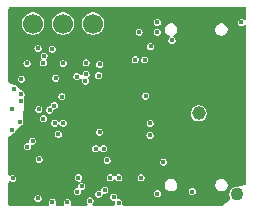
<source format=gbr>
%TF.GenerationSoftware,KiCad,Pcbnew,9.0.6-rc1*%
%TF.CreationDate,2025-12-13T16:16:27+01:00*%
%TF.ProjectId,hardware_V8,68617264-7761-4726-955f-56382e6b6963,rev?*%
%TF.SameCoordinates,Original*%
%TF.FileFunction,Copper,L2,Inr*%
%TF.FilePolarity,Positive*%
%FSLAX46Y46*%
G04 Gerber Fmt 4.6, Leading zero omitted, Abs format (unit mm)*
G04 Created by KiCad (PCBNEW 9.0.6-rc1) date 2025-12-13 16:16:27*
%MOMM*%
%LPD*%
G01*
G04 APERTURE LIST*
%TA.AperFunction,ComponentPad*%
%ADD10C,1.150000*%
%TD*%
%TA.AperFunction,ComponentPad*%
%ADD11C,1.100000*%
%TD*%
%TA.AperFunction,ComponentPad*%
%ADD12R,1.700000X1.700000*%
%TD*%
%TA.AperFunction,ComponentPad*%
%ADD13C,1.700000*%
%TD*%
%TA.AperFunction,ViaPad*%
%ADD14C,0.400000*%
%TD*%
G04 APERTURE END LIST*
D10*
%TO.N,Net-(IC4-RF_IN)*%
%TO.C,U3*%
X110200000Y-100600000D03*
%TD*%
D11*
%TO.N,GND*%
%TO.C,TP1*%
X113450000Y-105800000D03*
%TD*%
%TO.N,BAT+*%
%TO.C,TP2*%
X113450000Y-107450000D03*
%TD*%
D12*
%TO.N,GND*%
%TO.C,U4*%
X103810000Y-93000000D03*
D13*
%TO.N,3.3V_AUX*%
X101270000Y-93000000D03*
%TO.N,/OLED_SCL*%
X98730000Y-93000000D03*
%TO.N,/OLED_SDA*%
X96190000Y-93000000D03*
%TO.N,GND*%
X104500000Y-107000000D03*
X95500000Y-107000000D03*
%TD*%
D14*
%TO.N,GND*%
X109650000Y-101900000D03*
X110750000Y-102000000D03*
X109516343Y-101329803D03*
X109207180Y-100719615D03*
X109362568Y-100053458D03*
X109909801Y-99643034D03*
X110592820Y-99680385D03*
X111092035Y-100148034D03*
X111173857Y-100827163D03*
X110800000Y-101400000D03*
X110200000Y-96750000D03*
X111700000Y-97400000D03*
X111550000Y-98550000D03*
X110000000Y-98050000D03*
X108750000Y-97600000D03*
X108700000Y-96250000D03*
X107400000Y-97000000D03*
X107600000Y-98900000D03*
X107750000Y-100900000D03*
X108300000Y-102500000D03*
X109950000Y-103950000D03*
X108600000Y-104050000D03*
X107450000Y-103350000D03*
X106450000Y-100000000D03*
X106450000Y-95900000D03*
X112000000Y-96000000D03*
X112400000Y-104000000D03*
X112000000Y-103550000D03*
X111350000Y-103450000D03*
X110650000Y-103400000D03*
X110100000Y-103050000D03*
X109750000Y-102550000D03*
X112400000Y-101850000D03*
X111850000Y-102350000D03*
X111200000Y-102350000D03*
X112500000Y-105200000D03*
X114000000Y-106500000D03*
X94350000Y-108100000D03*
X111700000Y-104850000D03*
X111950000Y-105750000D03*
X108200000Y-105900000D03*
X101750000Y-94950000D03*
X94400000Y-103700000D03*
X94350000Y-103050000D03*
X95000000Y-102600000D03*
X101207500Y-104700000D03*
X95150000Y-95450000D03*
X94400000Y-95450000D03*
X99780000Y-108120000D03*
X105110000Y-100150000D03*
X105090000Y-99140000D03*
X106570000Y-103210000D03*
X105720000Y-99860000D03*
X105650000Y-98060000D03*
X105660000Y-97200000D03*
X103827500Y-95237500D03*
X105890000Y-93670000D03*
X105070000Y-92610000D03*
X107320000Y-94040000D03*
X106820000Y-94980000D03*
X108775000Y-94250000D03*
X111225000Y-94250000D03*
X112100000Y-94580000D03*
X113820000Y-94450000D03*
X113110000Y-91980000D03*
X111850000Y-92300000D03*
X108150000Y-92300000D03*
X106350000Y-91920000D03*
X94460000Y-91920000D03*
X97060000Y-92200000D03*
X99940000Y-93440000D03*
X99970000Y-92450000D03*
X102500000Y-93420000D03*
X102510000Y-92540000D03*
X98100000Y-106515000D03*
X98560000Y-105950000D03*
X97800000Y-105970000D03*
X103120000Y-107010000D03*
X100620000Y-103630000D03*
X94360000Y-96920000D03*
X95030000Y-96250000D03*
X94880000Y-93900000D03*
X94880000Y-93120000D03*
%TO.N,Net-(IC5-~{CHRG})*%
X94450000Y-106100000D03*
%TO.N,/GPS_TX*%
X105170000Y-93710000D03*
%TO.N,/GPS_RX*%
X106140000Y-94930000D03*
%TO.N,Net-(IC4-RXD)*%
X105630000Y-96070000D03*
%TO.N,Net-(IC4-TXD)*%
X104830000Y-96050000D03*
%TO.N,+3.3V*%
X106710000Y-107400000D03*
%TO.N,/GPIO_SUP*%
X95670000Y-96360000D03*
%TO.N,GND*%
X97390000Y-97140000D03*
%TO.N,vusb*%
X99890000Y-97480000D03*
%TO.N,+3.3V*%
X106700000Y-92900000D03*
%TO.N,Net-(J3-CC1)*%
X96700000Y-104492500D03*
%TO.N,GND*%
X98100000Y-105307500D03*
X99000000Y-105380000D03*
%TO.N,/B_PW*%
X98320000Y-102370000D03*
%TO.N,GND*%
X113327500Y-104037500D03*
X113327500Y-101837500D03*
%TO.N,3.3V_AUX*%
X103440000Y-106040000D03*
%TO.N,+3.3V*%
X102450000Y-104570000D03*
%TO.N,3.3V_AUX*%
X102160000Y-103590000D03*
X101480000Y-103600000D03*
%TO.N,Net-(U2-EN)*%
X105340000Y-106060000D03*
X102270000Y-107090000D03*
%TO.N,/SWCLK*%
X94600000Y-98500000D03*
%TO.N,/SWDIO*%
X95200000Y-97700000D03*
%TO.N,/SPI_CLK*%
X106090000Y-102450000D03*
%TO.N,/SPI_MOSI*%
X106100000Y-101450000D03*
%TO.N,/OLED_SCL*%
X97120000Y-95730000D03*
%TO.N,/OLED_SDA*%
X97050000Y-96310000D03*
%TO.N,3.3V_AUX*%
X96600000Y-95090000D03*
%TO.N,BAT+*%
X103450000Y-108160000D03*
X103000000Y-107680000D03*
%TO.N,+3.3V*%
X100310000Y-106780000D03*
X100030000Y-106050000D03*
X101750000Y-107420000D03*
%TO.N,/GPS_EXTINT*%
X105710000Y-99140000D03*
%TO.N,GND*%
X97117500Y-101870000D03*
X97117500Y-99430000D03*
X102340000Y-99892500D03*
X100960000Y-98510000D03*
%TO.N,+3.3V*%
X100620000Y-97870000D03*
X100680000Y-97290000D03*
%TO.N,/USB_DETECT*%
X100680000Y-96320000D03*
%TO.N,/GPS_EXTINT*%
X98730000Y-96370000D03*
%TO.N,vusb*%
X98010000Y-101430000D03*
%TO.N,Net-(J3-CC2)*%
X97810000Y-95150000D03*
%TO.N,Net-(U1-PH3)*%
X107950000Y-94420000D03*
%TO.N,+3.3V*%
X113825000Y-92900000D03*
%TO.N,/B1*%
X106700000Y-93715000D03*
%TO.N,/B_PW*%
X107220000Y-104720000D03*
%TO.N,GND*%
X108150000Y-107550000D03*
X111100000Y-107350000D03*
%TO.N,/ADC_BAT*%
X109660000Y-107210000D03*
%TO.N,/D+*%
X98630000Y-99170000D03*
%TO.N,/USB_DETECT*%
X96675000Y-100265000D03*
%TO.N,/ADC_BAT*%
X97980000Y-99940000D03*
%TO.N,/SPI_MOSI*%
X97590000Y-100310000D03*
%TO.N,/SPI_MISO*%
X97060000Y-101040000D03*
%TO.N,/SPI_CLK*%
X98745000Y-101415000D03*
%TO.N,/D-*%
X98090000Y-97620000D03*
%TO.N,/SPI_MISO*%
X101830000Y-96450000D03*
%TO.N,/SPI_CS*%
X101740000Y-97390000D03*
%TO.N,/AUX_EN*%
X101815000Y-102175000D03*
X101015000Y-108000000D03*
%TO.N,Net-(IC5-~{CHRG})*%
X99940000Y-107230000D03*
%TO.N,vusb*%
X96600000Y-107790000D03*
%TO.N,Net-(LEDBLUE1-A)*%
X97820000Y-108120000D03*
%TO.N,Net-(LEDGREEN1-A)*%
X99100000Y-108130000D03*
%TO.N,+3.3V*%
X95710000Y-103410000D03*
X96140000Y-102930000D03*
%TO.N,Net-(U1-PH3)*%
X95070000Y-101320000D03*
%TO.N,Net-(LEDBLUE1-A)*%
X94400000Y-102007500D03*
%TO.N,Net-(LEDGREEN1-A)*%
X94400000Y-100207500D03*
%TO.N,/GPIO_SUP*%
X95150000Y-99550000D03*
%TO.N,/B1*%
X95170000Y-98970000D03*
%TO.N,3.3V_AUX*%
X102720000Y-106040000D03*
%TD*%
%TA.AperFunction,Conductor*%
%TO.N,GND*%
G36*
X114192539Y-91620185D02*
G01*
X114238294Y-91672989D01*
X114249500Y-91724500D01*
X114249500Y-92600167D01*
X114229815Y-92667206D01*
X114177011Y-92712961D01*
X114107853Y-92722905D01*
X114044297Y-92693880D01*
X114037819Y-92687848D01*
X114009512Y-92659541D01*
X114009504Y-92659535D01*
X113940995Y-92619982D01*
X113940990Y-92619979D01*
X113915513Y-92613152D01*
X113864562Y-92599500D01*
X113785438Y-92599500D01*
X113747224Y-92609739D01*
X113709009Y-92619979D01*
X113709004Y-92619982D01*
X113640495Y-92659535D01*
X113640487Y-92659541D01*
X113584541Y-92715487D01*
X113584535Y-92715495D01*
X113544982Y-92784004D01*
X113544979Y-92784009D01*
X113531326Y-92834962D01*
X113524500Y-92860438D01*
X113524500Y-92939562D01*
X113533862Y-92974500D01*
X113544979Y-93015990D01*
X113544982Y-93015995D01*
X113584535Y-93084504D01*
X113584539Y-93084509D01*
X113584540Y-93084511D01*
X113640489Y-93140460D01*
X113640491Y-93140461D01*
X113640495Y-93140464D01*
X113704355Y-93177333D01*
X113709011Y-93180021D01*
X113785438Y-93200500D01*
X113785440Y-93200500D01*
X113864560Y-93200500D01*
X113864562Y-93200500D01*
X113940989Y-93180021D01*
X114009511Y-93140460D01*
X114037819Y-93112152D01*
X114099142Y-93078667D01*
X114168834Y-93083651D01*
X114224767Y-93125523D01*
X114249184Y-93190987D01*
X114249500Y-93199833D01*
X114249500Y-106547182D01*
X114229815Y-106614221D01*
X114177011Y-106659976D01*
X114148352Y-106669058D01*
X113463995Y-106797376D01*
X113441143Y-106799500D01*
X113385929Y-106799500D01*
X113260261Y-106824497D01*
X113260255Y-106824499D01*
X113141875Y-106873533D01*
X113141866Y-106873538D01*
X113035331Y-106944723D01*
X113035327Y-106944726D01*
X112944726Y-107035327D01*
X112944723Y-107035331D01*
X112873538Y-107141866D01*
X112873533Y-107141875D01*
X112824499Y-107260255D01*
X112824497Y-107260261D01*
X112799500Y-107385928D01*
X112799500Y-107385931D01*
X112799500Y-107514069D01*
X112799500Y-107514071D01*
X112799499Y-107514071D01*
X112824497Y-107639738D01*
X112824500Y-107639748D01*
X112872561Y-107755779D01*
X112880030Y-107825248D01*
X112848754Y-107887727D01*
X112839655Y-107896550D01*
X112299921Y-108368819D01*
X112236506Y-108398151D01*
X112218266Y-108399500D01*
X103858526Y-108399500D01*
X103791487Y-108379815D01*
X103745732Y-108327011D01*
X103735788Y-108257853D01*
X103738752Y-108243405D01*
X103750499Y-108199564D01*
X103750500Y-108199561D01*
X103750500Y-108120439D01*
X103742478Y-108090500D01*
X103730021Y-108044011D01*
X103722200Y-108030464D01*
X103690464Y-107975495D01*
X103690458Y-107975487D01*
X103634512Y-107919541D01*
X103634504Y-107919535D01*
X103565995Y-107879982D01*
X103565990Y-107879979D01*
X103540513Y-107873152D01*
X103489562Y-107859500D01*
X103423472Y-107859500D01*
X103356433Y-107839815D01*
X103310678Y-107787011D01*
X103301787Y-107727690D01*
X103300500Y-107727690D01*
X103300500Y-107640439D01*
X103300312Y-107639738D01*
X103280021Y-107564011D01*
X103252299Y-107515995D01*
X103240464Y-107495495D01*
X103240458Y-107495487D01*
X103184512Y-107439541D01*
X103184504Y-107439535D01*
X103115995Y-107399982D01*
X103115990Y-107399979D01*
X103090513Y-107393152D01*
X103039562Y-107379500D01*
X102960438Y-107379500D01*
X102936438Y-107385931D01*
X102884009Y-107399979D01*
X102884004Y-107399982D01*
X102815495Y-107439535D01*
X102815487Y-107439541D01*
X102759541Y-107495487D01*
X102759535Y-107495495D01*
X102719982Y-107564004D01*
X102719979Y-107564009D01*
X102708865Y-107605487D01*
X102699500Y-107640438D01*
X102699500Y-107719562D01*
X102707774Y-107750439D01*
X102719979Y-107795990D01*
X102719982Y-107795995D01*
X102759535Y-107864504D01*
X102759539Y-107864509D01*
X102759540Y-107864511D01*
X102815489Y-107920460D01*
X102815491Y-107920461D01*
X102815495Y-107920464D01*
X102858851Y-107945495D01*
X102884011Y-107960021D01*
X102960438Y-107980500D01*
X102960440Y-107980500D01*
X103026528Y-107980500D01*
X103093567Y-108000185D01*
X103139322Y-108052989D01*
X103150057Y-108093703D01*
X103151681Y-108112294D01*
X103149500Y-108120438D01*
X103149500Y-108199562D01*
X103164058Y-108253892D01*
X103165003Y-108264703D01*
X103160169Y-108288743D01*
X103159586Y-108313255D01*
X103153404Y-108322389D01*
X103151230Y-108333202D01*
X103134168Y-108350810D01*
X103120425Y-108371118D01*
X103110285Y-108375460D01*
X103102611Y-108383381D01*
X103078737Y-108388970D01*
X103056197Y-108398623D01*
X103041474Y-108399500D01*
X101339833Y-108399500D01*
X101272794Y-108379815D01*
X101227039Y-108327011D01*
X101217095Y-108257853D01*
X101246120Y-108194297D01*
X101252152Y-108187819D01*
X101255460Y-108184511D01*
X101295021Y-108115989D01*
X101315500Y-108039562D01*
X101315500Y-107960438D01*
X101295021Y-107884011D01*
X101280870Y-107859500D01*
X101255464Y-107815495D01*
X101255458Y-107815487D01*
X101199512Y-107759541D01*
X101199504Y-107759535D01*
X101130995Y-107719982D01*
X101130990Y-107719979D01*
X101105513Y-107713152D01*
X101054562Y-107699500D01*
X100975438Y-107699500D01*
X100937224Y-107709739D01*
X100899009Y-107719979D01*
X100899004Y-107719982D01*
X100830495Y-107759535D01*
X100830487Y-107759541D01*
X100774541Y-107815487D01*
X100774535Y-107815495D01*
X100734982Y-107884004D01*
X100734979Y-107884009D01*
X100725213Y-107920458D01*
X100714500Y-107960438D01*
X100714500Y-108039562D01*
X100722662Y-108070021D01*
X100734979Y-108115990D01*
X100734982Y-108115995D01*
X100774535Y-108184504D01*
X100774541Y-108184512D01*
X100777848Y-108187819D01*
X100811333Y-108249142D01*
X100806349Y-108318834D01*
X100764477Y-108374767D01*
X100699013Y-108399184D01*
X100690167Y-108399500D01*
X99500488Y-108399500D01*
X99433449Y-108379815D01*
X99387694Y-108327011D01*
X99377750Y-108257853D01*
X99380713Y-108243406D01*
X99380713Y-108243405D01*
X99400500Y-108169562D01*
X99400500Y-108090438D01*
X99380021Y-108014011D01*
X99374246Y-108004009D01*
X99340464Y-107945495D01*
X99340458Y-107945487D01*
X99284512Y-107889541D01*
X99284504Y-107889535D01*
X99215995Y-107849982D01*
X99215990Y-107849979D01*
X99190513Y-107843152D01*
X99139562Y-107829500D01*
X99060438Y-107829500D01*
X99022224Y-107839739D01*
X98984009Y-107849979D01*
X98984004Y-107849982D01*
X98915495Y-107889535D01*
X98915487Y-107889541D01*
X98859541Y-107945487D01*
X98859535Y-107945495D01*
X98819982Y-108014004D01*
X98819979Y-108014009D01*
X98815572Y-108030458D01*
X98799500Y-108090438D01*
X98799500Y-108169562D01*
X98819287Y-108243405D01*
X98819287Y-108243406D01*
X98817624Y-108313256D01*
X98778462Y-108371119D01*
X98714233Y-108398623D01*
X98699512Y-108399500D01*
X98217808Y-108399500D01*
X98150769Y-108379815D01*
X98105014Y-108327011D01*
X98095070Y-108257853D01*
X98098033Y-108243406D01*
X98100019Y-108235990D01*
X98100021Y-108235989D01*
X98120500Y-108159562D01*
X98120500Y-108080438D01*
X98100021Y-108004011D01*
X98086447Y-107980500D01*
X98060464Y-107935495D01*
X98060458Y-107935487D01*
X98004512Y-107879541D01*
X98004504Y-107879535D01*
X97935995Y-107839982D01*
X97935990Y-107839979D01*
X97897113Y-107829562D01*
X97859562Y-107819500D01*
X97780438Y-107819500D01*
X97743118Y-107829500D01*
X97704009Y-107839979D01*
X97704004Y-107839982D01*
X97635495Y-107879535D01*
X97635487Y-107879541D01*
X97579541Y-107935487D01*
X97579535Y-107935495D01*
X97539982Y-108004004D01*
X97539979Y-108004009D01*
X97537301Y-108014004D01*
X97519500Y-108080438D01*
X97519500Y-108159562D01*
X97539979Y-108235989D01*
X97539980Y-108235990D01*
X97541967Y-108243406D01*
X97540304Y-108313256D01*
X97501142Y-108371118D01*
X97436914Y-108398623D01*
X97422192Y-108399500D01*
X94224500Y-108399500D01*
X94157461Y-108379815D01*
X94111706Y-108327011D01*
X94100500Y-108275500D01*
X94100500Y-107750438D01*
X96299500Y-107750438D01*
X96299500Y-107829562D01*
X96304971Y-107849979D01*
X96319979Y-107905990D01*
X96319982Y-107905995D01*
X96359535Y-107974504D01*
X96359539Y-107974509D01*
X96359540Y-107974511D01*
X96415489Y-108030460D01*
X96415491Y-108030461D01*
X96415495Y-108030464D01*
X96484004Y-108070017D01*
X96484011Y-108070021D01*
X96560438Y-108090500D01*
X96560440Y-108090500D01*
X96639560Y-108090500D01*
X96639562Y-108090500D01*
X96715989Y-108070021D01*
X96784511Y-108030460D01*
X96840460Y-107974511D01*
X96880021Y-107905989D01*
X96900500Y-107829562D01*
X96900500Y-107750438D01*
X96880021Y-107674011D01*
X96872200Y-107660464D01*
X96840464Y-107605495D01*
X96840458Y-107605487D01*
X96784512Y-107549541D01*
X96784504Y-107549535D01*
X96715995Y-107509982D01*
X96715990Y-107509979D01*
X96690513Y-107503152D01*
X96639562Y-107489500D01*
X96560438Y-107489500D01*
X96522224Y-107499739D01*
X96484009Y-107509979D01*
X96484004Y-107509982D01*
X96415495Y-107549535D01*
X96415487Y-107549541D01*
X96359541Y-107605487D01*
X96359535Y-107605495D01*
X96319982Y-107674004D01*
X96319979Y-107674009D01*
X96313009Y-107700021D01*
X96299500Y-107750438D01*
X94100500Y-107750438D01*
X94100500Y-107190438D01*
X99639500Y-107190438D01*
X99639500Y-107269562D01*
X99643372Y-107284011D01*
X99659979Y-107345990D01*
X99659982Y-107345995D01*
X99699535Y-107414504D01*
X99699539Y-107414509D01*
X99699540Y-107414511D01*
X99755489Y-107470460D01*
X99755491Y-107470461D01*
X99755495Y-107470464D01*
X99798851Y-107495495D01*
X99824011Y-107510021D01*
X99900438Y-107530500D01*
X99900440Y-107530500D01*
X99979560Y-107530500D01*
X99979562Y-107530500D01*
X100055989Y-107510021D01*
X100124511Y-107470460D01*
X100180460Y-107414511D01*
X100200132Y-107380438D01*
X101449500Y-107380438D01*
X101449500Y-107459562D01*
X101463009Y-107509979D01*
X101469979Y-107535990D01*
X101469982Y-107535995D01*
X101509535Y-107604504D01*
X101509539Y-107604509D01*
X101509540Y-107604511D01*
X101565489Y-107660460D01*
X101565491Y-107660461D01*
X101565495Y-107660464D01*
X101633109Y-107699500D01*
X101634011Y-107700021D01*
X101710438Y-107720500D01*
X101710440Y-107720500D01*
X101789560Y-107720500D01*
X101789562Y-107720500D01*
X101865989Y-107700021D01*
X101934511Y-107660460D01*
X101990460Y-107604511D01*
X102030021Y-107535989D01*
X102047726Y-107469912D01*
X102084090Y-107410255D01*
X102146937Y-107379726D01*
X102199592Y-107382234D01*
X102230438Y-107390500D01*
X102230439Y-107390500D01*
X102309560Y-107390500D01*
X102309562Y-107390500D01*
X102385989Y-107370021D01*
X102402587Y-107360438D01*
X106409500Y-107360438D01*
X106409500Y-107439562D01*
X106422881Y-107489500D01*
X106429979Y-107515990D01*
X106429982Y-107515995D01*
X106469535Y-107584504D01*
X106469539Y-107584509D01*
X106469540Y-107584511D01*
X106525489Y-107640460D01*
X106525491Y-107640461D01*
X106525495Y-107640464D01*
X106560130Y-107660460D01*
X106594011Y-107680021D01*
X106670438Y-107700500D01*
X106670440Y-107700500D01*
X106749560Y-107700500D01*
X106749562Y-107700500D01*
X106825989Y-107680021D01*
X106894511Y-107640460D01*
X106950460Y-107584511D01*
X106990021Y-107515989D01*
X107010500Y-107439562D01*
X107010500Y-107360438D01*
X106990021Y-107284011D01*
X106970131Y-107249560D01*
X106950464Y-107215495D01*
X106950458Y-107215487D01*
X106894512Y-107159541D01*
X106894504Y-107159535D01*
X106825995Y-107119982D01*
X106825990Y-107119979D01*
X106782627Y-107108360D01*
X106749562Y-107099500D01*
X106670438Y-107099500D01*
X106637373Y-107108360D01*
X106594009Y-107119979D01*
X106594004Y-107119982D01*
X106525495Y-107159535D01*
X106525487Y-107159541D01*
X106469541Y-107215487D01*
X106469535Y-107215495D01*
X106429982Y-107284004D01*
X106429979Y-107284009D01*
X106418729Y-107325995D01*
X106409500Y-107360438D01*
X102402587Y-107360438D01*
X102454511Y-107330460D01*
X102510460Y-107274511D01*
X102550021Y-107205989D01*
X102570500Y-107129562D01*
X102570500Y-107050438D01*
X102550021Y-106974011D01*
X102544532Y-106964504D01*
X102510464Y-106905495D01*
X102510458Y-106905487D01*
X102454512Y-106849541D01*
X102454504Y-106849535D01*
X102385995Y-106809982D01*
X102385990Y-106809979D01*
X102360513Y-106803152D01*
X102309562Y-106789500D01*
X102230438Y-106789500D01*
X102201045Y-106797376D01*
X102154009Y-106809979D01*
X102154004Y-106809982D01*
X102085495Y-106849535D01*
X102085487Y-106849541D01*
X102029541Y-106905487D01*
X102029535Y-106905495D01*
X101989982Y-106974004D01*
X101989978Y-106974013D01*
X101972273Y-107040086D01*
X101935907Y-107099745D01*
X101873060Y-107130274D01*
X101820407Y-107127765D01*
X101789562Y-107119500D01*
X101710438Y-107119500D01*
X101672894Y-107129560D01*
X101634009Y-107139979D01*
X101634004Y-107139982D01*
X101565495Y-107179535D01*
X101565487Y-107179541D01*
X101509541Y-107235487D01*
X101509535Y-107235495D01*
X101469982Y-107304004D01*
X101469979Y-107304009D01*
X101458729Y-107345995D01*
X101449500Y-107380438D01*
X100200132Y-107380438D01*
X100220021Y-107345989D01*
X100240500Y-107269562D01*
X100240500Y-107195132D01*
X100241652Y-107186740D01*
X100252632Y-107162283D01*
X100260185Y-107136564D01*
X100266725Y-107130896D01*
X100270271Y-107123000D01*
X100292733Y-107108360D01*
X100312989Y-107090809D01*
X100324922Y-107087382D01*
X100328806Y-107084851D01*
X100333848Y-107084818D01*
X100348317Y-107080664D01*
X100349557Y-107080500D01*
X100349562Y-107080500D01*
X100425989Y-107060021D01*
X100494511Y-107020460D01*
X100550460Y-106964511D01*
X100590021Y-106895989D01*
X100610500Y-106819562D01*
X100610500Y-106740438D01*
X100590021Y-106664011D01*
X100556423Y-106605817D01*
X107349500Y-106605817D01*
X107349500Y-106744183D01*
X107384161Y-106873538D01*
X107385312Y-106877835D01*
X107385313Y-106877838D01*
X107454492Y-106997661D01*
X107454494Y-106997664D01*
X107454495Y-106997665D01*
X107552335Y-107095505D01*
X107552336Y-107095506D01*
X107552338Y-107095507D01*
X107599958Y-107123000D01*
X107672164Y-107164688D01*
X107805817Y-107200500D01*
X107805819Y-107200500D01*
X107944181Y-107200500D01*
X107944183Y-107200500D01*
X108056377Y-107170438D01*
X109359500Y-107170438D01*
X109359500Y-107249562D01*
X109368729Y-107284004D01*
X109379979Y-107325990D01*
X109379982Y-107325995D01*
X109419535Y-107394504D01*
X109419539Y-107394509D01*
X109419540Y-107394511D01*
X109475489Y-107450460D01*
X109475491Y-107450461D01*
X109475495Y-107450464D01*
X109510130Y-107470460D01*
X109544011Y-107490021D01*
X109620438Y-107510500D01*
X109620440Y-107510500D01*
X109699560Y-107510500D01*
X109699562Y-107510500D01*
X109775989Y-107490021D01*
X109844511Y-107450460D01*
X109900460Y-107394511D01*
X109940021Y-107325989D01*
X109960500Y-107249562D01*
X109960500Y-107170438D01*
X109940021Y-107094011D01*
X109936194Y-107087382D01*
X109900464Y-107025495D01*
X109900458Y-107025487D01*
X109844512Y-106969541D01*
X109844504Y-106969535D01*
X109775995Y-106929982D01*
X109775990Y-106929979D01*
X109750513Y-106923152D01*
X109699562Y-106909500D01*
X109620438Y-106909500D01*
X109584275Y-106919190D01*
X109544009Y-106929979D01*
X109544004Y-106929982D01*
X109475495Y-106969535D01*
X109475487Y-106969541D01*
X109419541Y-107025487D01*
X109419535Y-107025495D01*
X109379982Y-107094004D01*
X109379979Y-107094009D01*
X109373020Y-107119982D01*
X109359500Y-107170438D01*
X108056377Y-107170438D01*
X108077836Y-107164688D01*
X108197665Y-107095505D01*
X108295505Y-106997665D01*
X108364688Y-106877836D01*
X108400500Y-106744183D01*
X108400500Y-106605817D01*
X111599500Y-106605817D01*
X111599500Y-106744183D01*
X111634161Y-106873538D01*
X111635312Y-106877835D01*
X111635313Y-106877838D01*
X111704492Y-106997661D01*
X111704494Y-106997664D01*
X111704495Y-106997665D01*
X111802335Y-107095505D01*
X111802336Y-107095506D01*
X111802338Y-107095507D01*
X111849958Y-107123000D01*
X111922164Y-107164688D01*
X112055817Y-107200500D01*
X112055819Y-107200500D01*
X112194181Y-107200500D01*
X112194183Y-107200500D01*
X112327836Y-107164688D01*
X112447665Y-107095505D01*
X112545505Y-106997665D01*
X112614688Y-106877836D01*
X112650500Y-106744183D01*
X112650500Y-106605817D01*
X112614688Y-106472164D01*
X112568947Y-106392938D01*
X112545507Y-106352338D01*
X112545503Y-106352333D01*
X112447666Y-106254496D01*
X112447661Y-106254492D01*
X112327838Y-106185313D01*
X112327837Y-106185312D01*
X112327836Y-106185312D01*
X112194183Y-106149500D01*
X112055817Y-106149500D01*
X111922164Y-106185312D01*
X111922161Y-106185313D01*
X111802338Y-106254492D01*
X111802333Y-106254496D01*
X111704496Y-106352333D01*
X111704492Y-106352338D01*
X111635313Y-106472161D01*
X111635312Y-106472164D01*
X111599500Y-106605817D01*
X108400500Y-106605817D01*
X108364688Y-106472164D01*
X108318947Y-106392938D01*
X108295507Y-106352338D01*
X108295503Y-106352333D01*
X108197666Y-106254496D01*
X108197661Y-106254492D01*
X108077838Y-106185313D01*
X108077837Y-106185312D01*
X108077836Y-106185312D01*
X107944183Y-106149500D01*
X107805817Y-106149500D01*
X107672164Y-106185312D01*
X107672161Y-106185313D01*
X107552338Y-106254492D01*
X107552333Y-106254496D01*
X107454496Y-106352333D01*
X107454492Y-106352338D01*
X107385313Y-106472161D01*
X107385312Y-106472164D01*
X107349500Y-106605817D01*
X100556423Y-106605817D01*
X100550460Y-106595489D01*
X100494511Y-106539540D01*
X100494509Y-106539539D01*
X100494504Y-106539535D01*
X100425995Y-106499982D01*
X100425990Y-106499979D01*
X100396760Y-106492147D01*
X100349562Y-106479500D01*
X100324833Y-106479500D01*
X100257794Y-106459815D01*
X100212039Y-106407011D01*
X100202095Y-106337853D01*
X100231120Y-106274297D01*
X100237152Y-106267819D01*
X100250479Y-106254492D01*
X100270460Y-106234511D01*
X100310021Y-106165989D01*
X100330500Y-106089562D01*
X100330500Y-106010438D01*
X100327820Y-106000438D01*
X102419500Y-106000438D01*
X102419500Y-106079562D01*
X102422179Y-106089560D01*
X102439979Y-106155990D01*
X102439982Y-106155995D01*
X102479535Y-106224504D01*
X102479539Y-106224509D01*
X102479540Y-106224511D01*
X102535489Y-106280460D01*
X102535491Y-106280461D01*
X102535495Y-106280464D01*
X102570130Y-106300460D01*
X102604011Y-106320021D01*
X102680438Y-106340500D01*
X102680440Y-106340500D01*
X102759560Y-106340500D01*
X102759562Y-106340500D01*
X102835989Y-106320021D01*
X102904511Y-106280460D01*
X102960460Y-106224511D01*
X102972612Y-106203462D01*
X103023178Y-106155246D01*
X103091785Y-106142022D01*
X103156650Y-106167989D01*
X103187388Y-106203463D01*
X103199537Y-106224507D01*
X103199539Y-106224510D01*
X103199540Y-106224511D01*
X103255489Y-106280460D01*
X103255491Y-106280461D01*
X103255495Y-106280464D01*
X103290130Y-106300460D01*
X103324011Y-106320021D01*
X103400438Y-106340500D01*
X103400440Y-106340500D01*
X103479560Y-106340500D01*
X103479562Y-106340500D01*
X103555989Y-106320021D01*
X103624511Y-106280460D01*
X103680460Y-106224511D01*
X103720021Y-106155989D01*
X103740500Y-106079562D01*
X103740500Y-106020438D01*
X105039500Y-106020438D01*
X105039500Y-106099562D01*
X105050218Y-106139560D01*
X105059979Y-106175990D01*
X105059982Y-106175995D01*
X105099535Y-106244504D01*
X105099539Y-106244509D01*
X105099540Y-106244511D01*
X105155489Y-106300460D01*
X105155491Y-106300461D01*
X105155495Y-106300464D01*
X105206690Y-106330021D01*
X105224011Y-106340021D01*
X105300438Y-106360500D01*
X105300440Y-106360500D01*
X105379560Y-106360500D01*
X105379562Y-106360500D01*
X105455989Y-106340021D01*
X105524511Y-106300460D01*
X105580460Y-106244511D01*
X105620021Y-106175989D01*
X105640500Y-106099562D01*
X105640500Y-106020438D01*
X105620021Y-105944011D01*
X105614246Y-105934009D01*
X105580464Y-105875495D01*
X105580458Y-105875487D01*
X105524512Y-105819541D01*
X105524504Y-105819535D01*
X105455995Y-105779982D01*
X105455990Y-105779979D01*
X105430513Y-105773152D01*
X105379562Y-105759500D01*
X105300438Y-105759500D01*
X105262224Y-105769739D01*
X105224009Y-105779979D01*
X105224004Y-105779982D01*
X105155495Y-105819535D01*
X105155487Y-105819541D01*
X105099541Y-105875487D01*
X105099535Y-105875495D01*
X105059982Y-105944004D01*
X105059979Y-105944009D01*
X105049263Y-105984004D01*
X105039500Y-106020438D01*
X103740500Y-106020438D01*
X103740500Y-106000438D01*
X103720021Y-105924011D01*
X103692613Y-105876538D01*
X103680464Y-105855495D01*
X103680458Y-105855487D01*
X103624512Y-105799541D01*
X103624504Y-105799535D01*
X103555995Y-105759982D01*
X103555990Y-105759979D01*
X103530513Y-105753152D01*
X103479562Y-105739500D01*
X103400438Y-105739500D01*
X103363118Y-105749500D01*
X103324009Y-105759979D01*
X103324004Y-105759982D01*
X103255495Y-105799535D01*
X103255487Y-105799541D01*
X103199541Y-105855487D01*
X103199537Y-105855492D01*
X103187387Y-105876538D01*
X103136820Y-105924754D01*
X103068213Y-105937977D01*
X103003348Y-105912009D01*
X102972613Y-105876538D01*
X102960462Y-105855492D01*
X102960458Y-105855487D01*
X102904512Y-105799541D01*
X102904504Y-105799535D01*
X102835995Y-105759982D01*
X102835990Y-105759979D01*
X102810513Y-105753152D01*
X102759562Y-105739500D01*
X102680438Y-105739500D01*
X102643118Y-105749500D01*
X102604009Y-105759979D01*
X102604004Y-105759982D01*
X102535495Y-105799535D01*
X102535487Y-105799541D01*
X102479541Y-105855487D01*
X102479535Y-105855495D01*
X102439982Y-105924004D01*
X102439979Y-105924009D01*
X102434620Y-105944009D01*
X102419500Y-106000438D01*
X100327820Y-106000438D01*
X100310021Y-105934011D01*
X100310017Y-105934004D01*
X100270464Y-105865495D01*
X100270458Y-105865487D01*
X100214512Y-105809541D01*
X100214504Y-105809535D01*
X100145995Y-105769982D01*
X100145990Y-105769979D01*
X100120513Y-105763152D01*
X100069562Y-105749500D01*
X99990438Y-105749500D01*
X99953118Y-105759500D01*
X99914009Y-105769979D01*
X99914004Y-105769982D01*
X99845495Y-105809535D01*
X99845487Y-105809541D01*
X99789541Y-105865487D01*
X99789535Y-105865495D01*
X99749982Y-105934004D01*
X99749979Y-105934009D01*
X99748916Y-105937977D01*
X99729500Y-106010438D01*
X99729500Y-106089562D01*
X99732179Y-106099560D01*
X99749979Y-106165990D01*
X99749982Y-106165995D01*
X99789535Y-106234504D01*
X99789539Y-106234509D01*
X99789540Y-106234511D01*
X99845489Y-106290460D01*
X99845491Y-106290461D01*
X99845495Y-106290464D01*
X99896690Y-106320021D01*
X99914011Y-106330021D01*
X99990438Y-106350500D01*
X99990440Y-106350500D01*
X100015167Y-106350500D01*
X100082206Y-106370185D01*
X100127961Y-106422989D01*
X100137905Y-106492147D01*
X100108880Y-106555703D01*
X100102848Y-106562181D01*
X100069541Y-106595487D01*
X100069535Y-106595495D01*
X100029982Y-106664004D01*
X100029979Y-106664009D01*
X100009500Y-106740439D01*
X100009500Y-106806396D01*
X99989815Y-106873435D01*
X99937011Y-106919190D01*
X99901696Y-106929334D01*
X99900443Y-106929499D01*
X99900439Y-106929500D01*
X99900438Y-106929500D01*
X99870785Y-106937445D01*
X99824009Y-106949979D01*
X99824004Y-106949982D01*
X99755495Y-106989535D01*
X99755487Y-106989541D01*
X99699541Y-107045487D01*
X99699535Y-107045495D01*
X99659982Y-107114004D01*
X99659979Y-107114009D01*
X99647781Y-107159535D01*
X99639500Y-107190438D01*
X94100500Y-107190438D01*
X94100500Y-106459977D01*
X94120185Y-106392938D01*
X94172989Y-106347183D01*
X94242147Y-106337239D01*
X94286495Y-106352588D01*
X94334011Y-106380021D01*
X94410438Y-106400500D01*
X94410440Y-106400500D01*
X94489560Y-106400500D01*
X94489562Y-106400500D01*
X94565989Y-106380021D01*
X94634511Y-106340460D01*
X94690460Y-106284511D01*
X94730021Y-106215989D01*
X94750500Y-106139562D01*
X94750500Y-106060438D01*
X94730021Y-105984011D01*
X94706923Y-105944004D01*
X94690464Y-105915495D01*
X94690458Y-105915487D01*
X94634512Y-105859541D01*
X94634504Y-105859535D01*
X94565995Y-105819982D01*
X94565990Y-105819979D01*
X94540513Y-105813152D01*
X94489562Y-105799500D01*
X94410438Y-105799500D01*
X94359486Y-105813152D01*
X94334010Y-105819979D01*
X94286499Y-105847410D01*
X94218599Y-105863882D01*
X94152572Y-105841029D01*
X94109382Y-105786107D01*
X94100500Y-105740022D01*
X94100500Y-104452938D01*
X96399500Y-104452938D01*
X96399500Y-104532062D01*
X96400420Y-104535495D01*
X96419979Y-104608490D01*
X96419982Y-104608495D01*
X96459535Y-104677004D01*
X96459539Y-104677009D01*
X96459540Y-104677011D01*
X96515489Y-104732960D01*
X96515491Y-104732961D01*
X96515495Y-104732964D01*
X96561565Y-104759562D01*
X96584011Y-104772521D01*
X96660438Y-104793000D01*
X96660440Y-104793000D01*
X96739560Y-104793000D01*
X96739562Y-104793000D01*
X96815989Y-104772521D01*
X96884511Y-104732960D01*
X96940460Y-104677011D01*
X96980021Y-104608489D01*
X97000500Y-104532062D01*
X97000500Y-104530438D01*
X102149500Y-104530438D01*
X102149500Y-104609562D01*
X102157714Y-104640215D01*
X102169979Y-104685990D01*
X102169982Y-104685995D01*
X102209535Y-104754504D01*
X102209539Y-104754509D01*
X102209540Y-104754511D01*
X102265489Y-104810460D01*
X102265491Y-104810461D01*
X102265495Y-104810464D01*
X102309708Y-104835990D01*
X102334011Y-104850021D01*
X102410438Y-104870500D01*
X102410440Y-104870500D01*
X102489560Y-104870500D01*
X102489562Y-104870500D01*
X102565989Y-104850021D01*
X102634511Y-104810460D01*
X102690460Y-104754511D01*
X102730021Y-104685989D01*
X102731508Y-104680438D01*
X106919500Y-104680438D01*
X106919500Y-104759562D01*
X106928460Y-104793000D01*
X106939979Y-104835990D01*
X106939982Y-104835995D01*
X106979535Y-104904504D01*
X106979539Y-104904509D01*
X106979540Y-104904511D01*
X107035489Y-104960460D01*
X107035491Y-104960461D01*
X107035495Y-104960464D01*
X107104004Y-105000017D01*
X107104011Y-105000021D01*
X107180438Y-105020500D01*
X107180440Y-105020500D01*
X107259560Y-105020500D01*
X107259562Y-105020500D01*
X107335989Y-105000021D01*
X107404511Y-104960460D01*
X107460460Y-104904511D01*
X107500021Y-104835989D01*
X107520500Y-104759562D01*
X107520500Y-104680438D01*
X107500021Y-104604011D01*
X107500017Y-104604004D01*
X107460464Y-104535495D01*
X107460458Y-104535487D01*
X107404512Y-104479541D01*
X107404504Y-104479535D01*
X107335995Y-104439982D01*
X107335990Y-104439979D01*
X107310513Y-104433152D01*
X107259562Y-104419500D01*
X107180438Y-104419500D01*
X107142224Y-104429739D01*
X107104009Y-104439979D01*
X107104004Y-104439982D01*
X107035495Y-104479535D01*
X107035487Y-104479541D01*
X106979541Y-104535487D01*
X106979535Y-104535495D01*
X106939982Y-104604004D01*
X106939979Y-104604009D01*
X106930278Y-104640215D01*
X106919500Y-104680438D01*
X102731508Y-104680438D01*
X102734337Y-104669880D01*
X102742287Y-104640215D01*
X102745448Y-104628414D01*
X102750500Y-104609562D01*
X102750500Y-104530438D01*
X102730021Y-104454011D01*
X102729402Y-104452938D01*
X102690464Y-104385495D01*
X102690458Y-104385487D01*
X102634512Y-104329541D01*
X102634504Y-104329535D01*
X102565995Y-104289982D01*
X102565990Y-104289979D01*
X102540513Y-104283152D01*
X102489562Y-104269500D01*
X102410438Y-104269500D01*
X102372224Y-104279739D01*
X102334009Y-104289979D01*
X102334004Y-104289982D01*
X102265495Y-104329535D01*
X102265487Y-104329541D01*
X102209541Y-104385487D01*
X102209535Y-104385495D01*
X102169982Y-104454004D01*
X102169979Y-104454009D01*
X102163138Y-104479540D01*
X102149500Y-104530438D01*
X97000500Y-104530438D01*
X97000500Y-104452938D01*
X96980021Y-104376511D01*
X96952903Y-104329541D01*
X96940464Y-104307995D01*
X96940458Y-104307987D01*
X96884512Y-104252041D01*
X96884504Y-104252035D01*
X96815995Y-104212482D01*
X96815990Y-104212479D01*
X96790513Y-104205652D01*
X96739562Y-104192000D01*
X96660438Y-104192000D01*
X96622224Y-104202239D01*
X96584009Y-104212479D01*
X96584004Y-104212482D01*
X96515495Y-104252035D01*
X96515487Y-104252041D01*
X96459541Y-104307987D01*
X96459535Y-104307995D01*
X96419982Y-104376504D01*
X96419979Y-104376509D01*
X96408460Y-104419500D01*
X96399500Y-104452938D01*
X94100500Y-104452938D01*
X94100500Y-103370438D01*
X95409500Y-103370438D01*
X95409500Y-103449562D01*
X95418729Y-103484004D01*
X95429979Y-103525990D01*
X95429982Y-103525995D01*
X95469535Y-103594504D01*
X95469539Y-103594509D01*
X95469540Y-103594511D01*
X95525489Y-103650460D01*
X95525491Y-103650461D01*
X95525495Y-103650464D01*
X95594004Y-103690017D01*
X95594011Y-103690021D01*
X95670438Y-103710500D01*
X95670440Y-103710500D01*
X95749560Y-103710500D01*
X95749562Y-103710500D01*
X95825989Y-103690021D01*
X95894511Y-103650460D01*
X95950460Y-103594511D01*
X95953658Y-103588970D01*
X95970132Y-103560438D01*
X101179500Y-103560438D01*
X101179500Y-103639562D01*
X101193020Y-103690017D01*
X101199979Y-103715990D01*
X101199982Y-103715995D01*
X101239535Y-103784504D01*
X101239539Y-103784509D01*
X101239540Y-103784511D01*
X101295489Y-103840460D01*
X101295491Y-103840461D01*
X101295495Y-103840464D01*
X101346690Y-103870021D01*
X101364011Y-103880021D01*
X101440438Y-103900500D01*
X101440440Y-103900500D01*
X101519560Y-103900500D01*
X101519562Y-103900500D01*
X101595989Y-103880021D01*
X101664511Y-103840460D01*
X101720460Y-103784511D01*
X101720463Y-103784504D01*
X101725410Y-103778060D01*
X101728319Y-103780292D01*
X101766369Y-103743587D01*
X101834898Y-103729965D01*
X101899912Y-103755555D01*
X101913416Y-103769140D01*
X101913793Y-103768764D01*
X101919540Y-103774511D01*
X101975489Y-103830460D01*
X101975491Y-103830461D01*
X101975495Y-103830464D01*
X102044004Y-103870017D01*
X102044011Y-103870021D01*
X102120438Y-103890500D01*
X102120440Y-103890500D01*
X102199560Y-103890500D01*
X102199562Y-103890500D01*
X102275989Y-103870021D01*
X102344511Y-103830460D01*
X102400460Y-103774511D01*
X102440021Y-103705989D01*
X102460500Y-103629562D01*
X102460500Y-103550438D01*
X102440021Y-103474011D01*
X102431847Y-103459853D01*
X102400464Y-103405495D01*
X102400458Y-103405487D01*
X102344512Y-103349541D01*
X102344504Y-103349535D01*
X102275995Y-103309982D01*
X102275990Y-103309979D01*
X102244894Y-103301647D01*
X102199562Y-103289500D01*
X102120438Y-103289500D01*
X102083118Y-103299500D01*
X102044009Y-103309979D01*
X102044004Y-103309982D01*
X101975495Y-103349535D01*
X101975487Y-103349541D01*
X101919541Y-103405487D01*
X101914590Y-103411940D01*
X101911907Y-103409881D01*
X101871969Y-103447265D01*
X101803242Y-103459853D01*
X101738620Y-103433287D01*
X101726517Y-103420925D01*
X101726207Y-103421236D01*
X101664512Y-103359541D01*
X101664504Y-103359535D01*
X101595995Y-103319982D01*
X101595990Y-103319979D01*
X101570513Y-103313152D01*
X101519562Y-103299500D01*
X101440438Y-103299500D01*
X101402224Y-103309739D01*
X101364009Y-103319979D01*
X101364004Y-103319982D01*
X101295495Y-103359535D01*
X101295487Y-103359541D01*
X101239541Y-103415487D01*
X101239535Y-103415495D01*
X101199982Y-103484004D01*
X101199979Y-103484009D01*
X101188729Y-103525995D01*
X101179500Y-103560438D01*
X95970132Y-103560438D01*
X95989391Y-103527081D01*
X95989391Y-103527080D01*
X95990021Y-103525989D01*
X96010500Y-103449562D01*
X96010500Y-103370438D01*
X96007971Y-103361001D01*
X96010241Y-103340714D01*
X96018147Y-103321855D01*
X96021300Y-103301647D01*
X96031383Y-103290286D01*
X96037257Y-103276278D01*
X96054104Y-103264688D01*
X96067681Y-103249392D01*
X96082543Y-103245124D01*
X96094821Y-103236678D01*
X96114061Y-103236073D01*
X96133472Y-103230500D01*
X96179560Y-103230500D01*
X96179562Y-103230500D01*
X96255989Y-103210021D01*
X96324511Y-103170460D01*
X96380460Y-103114511D01*
X96420021Y-103045989D01*
X96440500Y-102969562D01*
X96440500Y-102890438D01*
X96420021Y-102814011D01*
X96420017Y-102814004D01*
X96380464Y-102745495D01*
X96380458Y-102745487D01*
X96324512Y-102689541D01*
X96324504Y-102689535D01*
X96255995Y-102649982D01*
X96255990Y-102649979D01*
X96230513Y-102643152D01*
X96179562Y-102629500D01*
X96100438Y-102629500D01*
X96062224Y-102639739D01*
X96024009Y-102649979D01*
X96024004Y-102649982D01*
X95955495Y-102689535D01*
X95955487Y-102689541D01*
X95899541Y-102745487D01*
X95899535Y-102745495D01*
X95859982Y-102814004D01*
X95859979Y-102814009D01*
X95839500Y-102890439D01*
X95839500Y-102977690D01*
X95838162Y-102977690D01*
X95828700Y-103038353D01*
X95782319Y-103090608D01*
X95716528Y-103109500D01*
X95670438Y-103109500D01*
X95632224Y-103119739D01*
X95594009Y-103129979D01*
X95594004Y-103129982D01*
X95525495Y-103169535D01*
X95525487Y-103169541D01*
X95469541Y-103225487D01*
X95469535Y-103225495D01*
X95429982Y-103294004D01*
X95429979Y-103294009D01*
X95423020Y-103319982D01*
X95409500Y-103370438D01*
X94100500Y-103370438D01*
X94100500Y-102629211D01*
X94120185Y-102562172D01*
X94153391Y-102527626D01*
X94212871Y-102485990D01*
X94435087Y-102330438D01*
X98019500Y-102330438D01*
X98019500Y-102409562D01*
X98031680Y-102455017D01*
X98039979Y-102485990D01*
X98039982Y-102485995D01*
X98079535Y-102554504D01*
X98079539Y-102554509D01*
X98079540Y-102554511D01*
X98135489Y-102610460D01*
X98135491Y-102610461D01*
X98135495Y-102610464D01*
X98177148Y-102634512D01*
X98204011Y-102650021D01*
X98280438Y-102670500D01*
X98280440Y-102670500D01*
X98359560Y-102670500D01*
X98359562Y-102670500D01*
X98435989Y-102650021D01*
X98504511Y-102610460D01*
X98560460Y-102554511D01*
X98600021Y-102485989D01*
X98620500Y-102409562D01*
X98620500Y-102330438D01*
X98600021Y-102254011D01*
X98560460Y-102185489D01*
X98510409Y-102135438D01*
X101514500Y-102135438D01*
X101514500Y-102214562D01*
X101523449Y-102247960D01*
X101534979Y-102290990D01*
X101534982Y-102290995D01*
X101574535Y-102359504D01*
X101574539Y-102359509D01*
X101574540Y-102359511D01*
X101630489Y-102415460D01*
X101630491Y-102415461D01*
X101630495Y-102415464D01*
X101699004Y-102455017D01*
X101699011Y-102455021D01*
X101775438Y-102475500D01*
X101775440Y-102475500D01*
X101854560Y-102475500D01*
X101854562Y-102475500D01*
X101930989Y-102455021D01*
X101999511Y-102415460D01*
X102004533Y-102410438D01*
X105789500Y-102410438D01*
X105789500Y-102489562D01*
X105803152Y-102540513D01*
X105809979Y-102565990D01*
X105809982Y-102565995D01*
X105849535Y-102634504D01*
X105849539Y-102634509D01*
X105849540Y-102634511D01*
X105905489Y-102690460D01*
X105905491Y-102690461D01*
X105905495Y-102690464D01*
X105974004Y-102730017D01*
X105974011Y-102730021D01*
X106050438Y-102750500D01*
X106050440Y-102750500D01*
X106129560Y-102750500D01*
X106129562Y-102750500D01*
X106205989Y-102730021D01*
X106274511Y-102690460D01*
X106330460Y-102634511D01*
X106370021Y-102565989D01*
X106390500Y-102489562D01*
X106390500Y-102410438D01*
X106370021Y-102334011D01*
X106367958Y-102330438D01*
X106330464Y-102265495D01*
X106330458Y-102265487D01*
X106274512Y-102209541D01*
X106274504Y-102209535D01*
X106205995Y-102169982D01*
X106205990Y-102169979D01*
X106180513Y-102163152D01*
X106129562Y-102149500D01*
X106050438Y-102149500D01*
X106012224Y-102159739D01*
X105974009Y-102169979D01*
X105974004Y-102169982D01*
X105905495Y-102209535D01*
X105905487Y-102209541D01*
X105849541Y-102265487D01*
X105849535Y-102265495D01*
X105809982Y-102334004D01*
X105809979Y-102334009D01*
X105808291Y-102340310D01*
X105789500Y-102410438D01*
X102004533Y-102410438D01*
X102055460Y-102359511D01*
X102070183Y-102334011D01*
X102073961Y-102327464D01*
X102095021Y-102290989D01*
X102115500Y-102214562D01*
X102115500Y-102135438D01*
X102095021Y-102059011D01*
X102095017Y-102059004D01*
X102055464Y-101990495D01*
X102055458Y-101990487D01*
X101999512Y-101934541D01*
X101999504Y-101934535D01*
X101930995Y-101894982D01*
X101930990Y-101894979D01*
X101905513Y-101888152D01*
X101854562Y-101874500D01*
X101775438Y-101874500D01*
X101737224Y-101884739D01*
X101699009Y-101894979D01*
X101699004Y-101894982D01*
X101630495Y-101934535D01*
X101630487Y-101934541D01*
X101574541Y-101990487D01*
X101574535Y-101990495D01*
X101534982Y-102059004D01*
X101534979Y-102059009D01*
X101532168Y-102069500D01*
X101514500Y-102135438D01*
X98510409Y-102135438D01*
X98504511Y-102129540D01*
X98504509Y-102129539D01*
X98504504Y-102129535D01*
X98435995Y-102089982D01*
X98435990Y-102089979D01*
X98410513Y-102083152D01*
X98359562Y-102069500D01*
X98280438Y-102069500D01*
X98242224Y-102079739D01*
X98204009Y-102089979D01*
X98204004Y-102089982D01*
X98135495Y-102129535D01*
X98135487Y-102129541D01*
X98079541Y-102185487D01*
X98079535Y-102185495D01*
X98039982Y-102254004D01*
X98039979Y-102254009D01*
X98030070Y-102290990D01*
X98019500Y-102330438D01*
X94435087Y-102330438D01*
X94466352Y-102308552D01*
X94474189Y-102303496D01*
X94488869Y-102294787D01*
X94515989Y-102287521D01*
X94584511Y-102247960D01*
X94640460Y-102192011D01*
X94680021Y-102123489D01*
X94680088Y-102123238D01*
X94684941Y-102116786D01*
X94688047Y-102114471D01*
X94696356Y-102103642D01*
X95207548Y-101592450D01*
X95233225Y-101572748D01*
X95254511Y-101560460D01*
X95310460Y-101504511D01*
X95330910Y-101469089D01*
X95350000Y-101450000D01*
X95350000Y-101436025D01*
X95350021Y-101435989D01*
X95362227Y-101390438D01*
X97709500Y-101390438D01*
X97709500Y-101469562D01*
X97714859Y-101489560D01*
X97729979Y-101545990D01*
X97729982Y-101545995D01*
X97769535Y-101614504D01*
X97769539Y-101614509D01*
X97769540Y-101614511D01*
X97825489Y-101670460D01*
X97825491Y-101670461D01*
X97825495Y-101670464D01*
X97860130Y-101690460D01*
X97894011Y-101710021D01*
X97970438Y-101730500D01*
X97970440Y-101730500D01*
X98049560Y-101730500D01*
X98049562Y-101730500D01*
X98125989Y-101710021D01*
X98194511Y-101670460D01*
X98250460Y-101614511D01*
X98274442Y-101572971D01*
X98325009Y-101524756D01*
X98393616Y-101511532D01*
X98458481Y-101537500D01*
X98489217Y-101572971D01*
X98504540Y-101599511D01*
X98560489Y-101655460D01*
X98560491Y-101655461D01*
X98560495Y-101655464D01*
X98621111Y-101690460D01*
X98629011Y-101695021D01*
X98705438Y-101715500D01*
X98705440Y-101715500D01*
X98784560Y-101715500D01*
X98784562Y-101715500D01*
X98860989Y-101695021D01*
X98929511Y-101655460D01*
X98985460Y-101599511D01*
X99025021Y-101530989D01*
X99045500Y-101454562D01*
X99045500Y-101410438D01*
X105799500Y-101410438D01*
X105799500Y-101489562D01*
X105810601Y-101530989D01*
X105819979Y-101565990D01*
X105819982Y-101565995D01*
X105859535Y-101634504D01*
X105859539Y-101634509D01*
X105859540Y-101634511D01*
X105915489Y-101690460D01*
X105915491Y-101690461D01*
X105915495Y-101690464D01*
X105984004Y-101730017D01*
X105984011Y-101730021D01*
X106060438Y-101750500D01*
X106060440Y-101750500D01*
X106139560Y-101750500D01*
X106139562Y-101750500D01*
X106215989Y-101730021D01*
X106284511Y-101690460D01*
X106340460Y-101634511D01*
X106380021Y-101565989D01*
X106400500Y-101489562D01*
X106400500Y-101410438D01*
X106380021Y-101334011D01*
X106349106Y-101280464D01*
X106340464Y-101265495D01*
X106340458Y-101265487D01*
X106284512Y-101209541D01*
X106284504Y-101209535D01*
X106215995Y-101169982D01*
X106215990Y-101169979D01*
X106190513Y-101163152D01*
X106139562Y-101149500D01*
X106060438Y-101149500D01*
X106022224Y-101159739D01*
X105984009Y-101169979D01*
X105984004Y-101169982D01*
X105915495Y-101209535D01*
X105915487Y-101209541D01*
X105859541Y-101265487D01*
X105859535Y-101265495D01*
X105819982Y-101334004D01*
X105819979Y-101334009D01*
X105818240Y-101340500D01*
X105799500Y-101410438D01*
X99045500Y-101410438D01*
X99045500Y-101375438D01*
X99025021Y-101299011D01*
X99014313Y-101280464D01*
X98985464Y-101230495D01*
X98985458Y-101230487D01*
X98929512Y-101174541D01*
X98929504Y-101174535D01*
X98860995Y-101134982D01*
X98860990Y-101134979D01*
X98835513Y-101128152D01*
X98784562Y-101114500D01*
X98705438Y-101114500D01*
X98667402Y-101124692D01*
X98629009Y-101134979D01*
X98629004Y-101134982D01*
X98560495Y-101174535D01*
X98560487Y-101174541D01*
X98504541Y-101230487D01*
X98504537Y-101230492D01*
X98480555Y-101272030D01*
X98429987Y-101320245D01*
X98361380Y-101333466D01*
X98296516Y-101307497D01*
X98265781Y-101272026D01*
X98250462Y-101245492D01*
X98250458Y-101245487D01*
X98194512Y-101189541D01*
X98194504Y-101189535D01*
X98125995Y-101149982D01*
X98125990Y-101149979D01*
X98100513Y-101143152D01*
X98049562Y-101129500D01*
X97970438Y-101129500D01*
X97932224Y-101139739D01*
X97894009Y-101149979D01*
X97894004Y-101149982D01*
X97825495Y-101189535D01*
X97825487Y-101189541D01*
X97769541Y-101245487D01*
X97769535Y-101245495D01*
X97729982Y-101314004D01*
X97729979Y-101314009D01*
X97724620Y-101334009D01*
X97709500Y-101390438D01*
X95362227Y-101390438D01*
X95370500Y-101359562D01*
X95370500Y-101280438D01*
X95354625Y-101221195D01*
X95354554Y-101220577D01*
X95354390Y-101220304D01*
X95350461Y-101185233D01*
X95356236Y-101000438D01*
X96759500Y-101000438D01*
X96759500Y-101079562D01*
X96768862Y-101114500D01*
X96779979Y-101155990D01*
X96779982Y-101155995D01*
X96819535Y-101224504D01*
X96819539Y-101224509D01*
X96819540Y-101224511D01*
X96875489Y-101280460D01*
X96875491Y-101280461D01*
X96875495Y-101280464D01*
X96933589Y-101314004D01*
X96944011Y-101320021D01*
X97020438Y-101340500D01*
X97020440Y-101340500D01*
X97099560Y-101340500D01*
X97099562Y-101340500D01*
X97175989Y-101320021D01*
X97244511Y-101280460D01*
X97300460Y-101224511D01*
X97340021Y-101155989D01*
X97360500Y-101079562D01*
X97360500Y-101000438D01*
X97340021Y-100924011D01*
X97337683Y-100919961D01*
X97300464Y-100855495D01*
X97300458Y-100855487D01*
X97244512Y-100799541D01*
X97244504Y-100799535D01*
X97175995Y-100759982D01*
X97175990Y-100759979D01*
X97150513Y-100753152D01*
X97099562Y-100739500D01*
X97020438Y-100739500D01*
X96982224Y-100749739D01*
X96944009Y-100759979D01*
X96944004Y-100759982D01*
X96875495Y-100799535D01*
X96875487Y-100799541D01*
X96819541Y-100855487D01*
X96819535Y-100855495D01*
X96779982Y-100924004D01*
X96779979Y-100924009D01*
X96766326Y-100974962D01*
X96759500Y-101000438D01*
X95356236Y-101000438D01*
X95366670Y-100666533D01*
X109524499Y-100666533D01*
X109550458Y-100797030D01*
X109550461Y-100797040D01*
X109601376Y-100919961D01*
X109601386Y-100919979D01*
X109675301Y-101030601D01*
X109675307Y-101030609D01*
X109769390Y-101124692D01*
X109769398Y-101124698D01*
X109880020Y-101198613D01*
X109880023Y-101198614D01*
X109880031Y-101198620D01*
X109880037Y-101198622D01*
X109880038Y-101198623D01*
X109956985Y-101230495D01*
X110002964Y-101249540D01*
X110002968Y-101249540D01*
X110002969Y-101249541D01*
X110133466Y-101275500D01*
X110133469Y-101275500D01*
X110266533Y-101275500D01*
X110354325Y-101258035D01*
X110397036Y-101249540D01*
X110519969Y-101198620D01*
X110630606Y-101124695D01*
X110724695Y-101030606D01*
X110798620Y-100919969D01*
X110849540Y-100797036D01*
X110875500Y-100666531D01*
X110875500Y-100533469D01*
X110875500Y-100533466D01*
X110849541Y-100402969D01*
X110849540Y-100402968D01*
X110849540Y-100402964D01*
X110798620Y-100280031D01*
X110796549Y-100276932D01*
X110724698Y-100169398D01*
X110724692Y-100169390D01*
X110630609Y-100075307D01*
X110630601Y-100075301D01*
X110519979Y-100001386D01*
X110519972Y-100001382D01*
X110519969Y-100001380D01*
X110519965Y-100001378D01*
X110519961Y-100001376D01*
X110397040Y-99950461D01*
X110397030Y-99950458D01*
X110266533Y-99924500D01*
X110266531Y-99924500D01*
X110133469Y-99924500D01*
X110133467Y-99924500D01*
X110002969Y-99950458D01*
X110002959Y-99950461D01*
X109880038Y-100001376D01*
X109880020Y-100001386D01*
X109769398Y-100075301D01*
X109769390Y-100075307D01*
X109675307Y-100169390D01*
X109675301Y-100169398D01*
X109601386Y-100280020D01*
X109601376Y-100280038D01*
X109550461Y-100402959D01*
X109550458Y-100402969D01*
X109524500Y-100533466D01*
X109524500Y-100533469D01*
X109524500Y-100666531D01*
X109524500Y-100666533D01*
X109524499Y-100666533D01*
X95366670Y-100666533D01*
X95380454Y-100225438D01*
X96374500Y-100225438D01*
X96374500Y-100304562D01*
X96386558Y-100349562D01*
X96394979Y-100380990D01*
X96394982Y-100380995D01*
X96434535Y-100449504D01*
X96434539Y-100449509D01*
X96434540Y-100449511D01*
X96490489Y-100505460D01*
X96490491Y-100505461D01*
X96490495Y-100505464D01*
X96538997Y-100533466D01*
X96559011Y-100545021D01*
X96635438Y-100565500D01*
X96635440Y-100565500D01*
X96714560Y-100565500D01*
X96714562Y-100565500D01*
X96790989Y-100545021D01*
X96859511Y-100505460D01*
X96915460Y-100449511D01*
X96955021Y-100380989D01*
X96975500Y-100304562D01*
X96975500Y-100270438D01*
X97289500Y-100270438D01*
X97289500Y-100349562D01*
X97297921Y-100380989D01*
X97309979Y-100425990D01*
X97309982Y-100425995D01*
X97349535Y-100494504D01*
X97349539Y-100494509D01*
X97349540Y-100494511D01*
X97405489Y-100550460D01*
X97405491Y-100550461D01*
X97405495Y-100550464D01*
X97431539Y-100565500D01*
X97474011Y-100590021D01*
X97550438Y-100610500D01*
X97550440Y-100610500D01*
X97629560Y-100610500D01*
X97629562Y-100610500D01*
X97705989Y-100590021D01*
X97774511Y-100550460D01*
X97830460Y-100494511D01*
X97870021Y-100425989D01*
X97890500Y-100349562D01*
X97890500Y-100340275D01*
X97897001Y-100322309D01*
X97910023Y-100304553D01*
X97918929Y-100284420D01*
X97930279Y-100276932D01*
X97938322Y-100265967D01*
X97958875Y-100258070D01*
X97977253Y-100245948D01*
X97998853Y-100242710D01*
X98003543Y-100240909D01*
X98006619Y-100241546D01*
X98013603Y-100240500D01*
X98019560Y-100240500D01*
X98019562Y-100240500D01*
X98095989Y-100220021D01*
X98164511Y-100180460D01*
X98220460Y-100124511D01*
X98260021Y-100055989D01*
X98280500Y-99979562D01*
X98280500Y-99900438D01*
X98260021Y-99824011D01*
X98260017Y-99824004D01*
X98220464Y-99755495D01*
X98220458Y-99755487D01*
X98164512Y-99699541D01*
X98164504Y-99699535D01*
X98095995Y-99659982D01*
X98095990Y-99659979D01*
X98070513Y-99653152D01*
X98019562Y-99639500D01*
X97940438Y-99639500D01*
X97902224Y-99649739D01*
X97864009Y-99659979D01*
X97864004Y-99659982D01*
X97795495Y-99699535D01*
X97795487Y-99699541D01*
X97739541Y-99755487D01*
X97739535Y-99755495D01*
X97699982Y-99824004D01*
X97699979Y-99824009D01*
X97679499Y-99900442D01*
X97679336Y-99901683D01*
X97678906Y-99902652D01*
X97677397Y-99908288D01*
X97676518Y-99908052D01*
X97651071Y-99965580D01*
X97592747Y-100004052D01*
X97556397Y-100009500D01*
X97550438Y-100009500D01*
X97512224Y-100019739D01*
X97474009Y-100029979D01*
X97474004Y-100029982D01*
X97405495Y-100069535D01*
X97405487Y-100069541D01*
X97349541Y-100125487D01*
X97349535Y-100125495D01*
X97309982Y-100194004D01*
X97309979Y-100194009D01*
X97303009Y-100220021D01*
X97289500Y-100270438D01*
X96975500Y-100270438D01*
X96975500Y-100225438D01*
X96955021Y-100149011D01*
X96941441Y-100125489D01*
X96915464Y-100080495D01*
X96915458Y-100080487D01*
X96859512Y-100024541D01*
X96859504Y-100024535D01*
X96790995Y-99984982D01*
X96790990Y-99984979D01*
X96765513Y-99978152D01*
X96714562Y-99964500D01*
X96635438Y-99964500D01*
X96597224Y-99974739D01*
X96559009Y-99984979D01*
X96559004Y-99984982D01*
X96490495Y-100024535D01*
X96490487Y-100024541D01*
X96434541Y-100080487D01*
X96434535Y-100080495D01*
X96394982Y-100149004D01*
X96394979Y-100149009D01*
X96382921Y-100194011D01*
X96374500Y-100225438D01*
X95380454Y-100225438D01*
X95395127Y-99755876D01*
X95411681Y-99697753D01*
X95430020Y-99665990D01*
X95430021Y-99665989D01*
X95450500Y-99589562D01*
X95450500Y-99510438D01*
X95430021Y-99434011D01*
X95416610Y-99410783D01*
X95412461Y-99395294D01*
X95405023Y-99383721D01*
X95400000Y-99348786D01*
X95400000Y-99205854D01*
X95416613Y-99143854D01*
X95424359Y-99130438D01*
X98329500Y-99130438D01*
X98329500Y-99209562D01*
X98341940Y-99255989D01*
X98349979Y-99285990D01*
X98349982Y-99285995D01*
X98389535Y-99354504D01*
X98389539Y-99354509D01*
X98389540Y-99354511D01*
X98445489Y-99410460D01*
X98445491Y-99410461D01*
X98445495Y-99410464D01*
X98497520Y-99440500D01*
X98514011Y-99450021D01*
X98590438Y-99470500D01*
X98590440Y-99470500D01*
X98669560Y-99470500D01*
X98669562Y-99470500D01*
X98745989Y-99450021D01*
X98814511Y-99410460D01*
X98870460Y-99354511D01*
X98910021Y-99285989D01*
X98930500Y-99209562D01*
X98930500Y-99130438D01*
X98928883Y-99124402D01*
X98928883Y-99124401D01*
X98922462Y-99100438D01*
X105409500Y-99100438D01*
X105409500Y-99179562D01*
X105416545Y-99205854D01*
X105429979Y-99255990D01*
X105429982Y-99255995D01*
X105469535Y-99324504D01*
X105469539Y-99324509D01*
X105469540Y-99324511D01*
X105525489Y-99380460D01*
X105525491Y-99380461D01*
X105525495Y-99380464D01*
X105578012Y-99410784D01*
X105594011Y-99420021D01*
X105670438Y-99440500D01*
X105670440Y-99440500D01*
X105749560Y-99440500D01*
X105749562Y-99440500D01*
X105825989Y-99420021D01*
X105894511Y-99380460D01*
X105950460Y-99324511D01*
X105990021Y-99255989D01*
X106010500Y-99179562D01*
X106010500Y-99100438D01*
X105990021Y-99024011D01*
X105967784Y-98985495D01*
X105950464Y-98955495D01*
X105950458Y-98955487D01*
X105894512Y-98899541D01*
X105894504Y-98899535D01*
X105825995Y-98859982D01*
X105825990Y-98859979D01*
X105800513Y-98853152D01*
X105749562Y-98839500D01*
X105670438Y-98839500D01*
X105632224Y-98849739D01*
X105594009Y-98859979D01*
X105594004Y-98859982D01*
X105525495Y-98899535D01*
X105525487Y-98899541D01*
X105469541Y-98955487D01*
X105469535Y-98955495D01*
X105429982Y-99024004D01*
X105429979Y-99024009D01*
X105421942Y-99054004D01*
X105409500Y-99100438D01*
X98922462Y-99100438D01*
X98910022Y-99054015D01*
X98910021Y-99054011D01*
X98892701Y-99024011D01*
X98870464Y-98985495D01*
X98870458Y-98985487D01*
X98814512Y-98929541D01*
X98814504Y-98929535D01*
X98745995Y-98889982D01*
X98745990Y-98889979D01*
X98720513Y-98883152D01*
X98669562Y-98869500D01*
X98590438Y-98869500D01*
X98552224Y-98879739D01*
X98514009Y-98889979D01*
X98514004Y-98889982D01*
X98445495Y-98929535D01*
X98445487Y-98929541D01*
X98389541Y-98985487D01*
X98389535Y-98985495D01*
X98349982Y-99054004D01*
X98349979Y-99054009D01*
X98341410Y-99085989D01*
X98329500Y-99130438D01*
X95424359Y-99130438D01*
X95441678Y-99100439D01*
X95450021Y-99085989D01*
X95470500Y-99009562D01*
X95470500Y-98930438D01*
X95450021Y-98854011D01*
X95416612Y-98796144D01*
X95409318Y-98768924D01*
X95400000Y-98750001D01*
X95400000Y-98750000D01*
X94861010Y-98335392D01*
X94846540Y-98320904D01*
X94846208Y-98321237D01*
X94840460Y-98315489D01*
X94784511Y-98259540D01*
X94784508Y-98259538D01*
X94784504Y-98259535D01*
X94715995Y-98219982D01*
X94715990Y-98219979D01*
X94684407Y-98211516D01*
X94639562Y-98199500D01*
X94639561Y-98199500D01*
X94631712Y-98197397D01*
X94631948Y-98196514D01*
X94613176Y-98191361D01*
X94175654Y-98003850D01*
X94160811Y-97991587D01*
X94143297Y-97983589D01*
X94134431Y-97969793D01*
X94121789Y-97959349D01*
X94115931Y-97941007D01*
X94105523Y-97924811D01*
X94101234Y-97894982D01*
X94100534Y-97892790D01*
X94100500Y-97889876D01*
X94100500Y-97660438D01*
X94899500Y-97660438D01*
X94899500Y-97739562D01*
X94903372Y-97754011D01*
X94919979Y-97815990D01*
X94919982Y-97815995D01*
X94959535Y-97884504D01*
X94959539Y-97884509D01*
X94959540Y-97884511D01*
X95015489Y-97940460D01*
X95015491Y-97940461D01*
X95015495Y-97940464D01*
X95066295Y-97969793D01*
X95084011Y-97980021D01*
X95160438Y-98000500D01*
X95160440Y-98000500D01*
X95239560Y-98000500D01*
X95239562Y-98000500D01*
X95315989Y-97980021D01*
X95384511Y-97940460D01*
X95440460Y-97884511D01*
X95480021Y-97815989D01*
X95500500Y-97739562D01*
X95500500Y-97660438D01*
X95480021Y-97584011D01*
X95477958Y-97580438D01*
X97789500Y-97580438D01*
X97789500Y-97659562D01*
X97796623Y-97686143D01*
X97809979Y-97735990D01*
X97809982Y-97735995D01*
X97849535Y-97804504D01*
X97849539Y-97804509D01*
X97849540Y-97804511D01*
X97905489Y-97860460D01*
X97905491Y-97860461D01*
X97905495Y-97860464D01*
X97947148Y-97884512D01*
X97974011Y-97900021D01*
X98050438Y-97920500D01*
X98050440Y-97920500D01*
X98129560Y-97920500D01*
X98129562Y-97920500D01*
X98205989Y-97900021D01*
X98274511Y-97860460D01*
X98330460Y-97804511D01*
X98370021Y-97735989D01*
X98390500Y-97659562D01*
X98390500Y-97580438D01*
X98370021Y-97504011D01*
X98333317Y-97440438D01*
X99589500Y-97440438D01*
X99589500Y-97519562D01*
X99598387Y-97552729D01*
X99609979Y-97595990D01*
X99609982Y-97595995D01*
X99649535Y-97664504D01*
X99649539Y-97664509D01*
X99649540Y-97664511D01*
X99705489Y-97720460D01*
X99705491Y-97720461D01*
X99705495Y-97720464D01*
X99759437Y-97751607D01*
X99774011Y-97760021D01*
X99850438Y-97780500D01*
X99850440Y-97780500D01*
X99929560Y-97780500D01*
X99929562Y-97780500D01*
X100005989Y-97760021D01*
X100074511Y-97720460D01*
X100122198Y-97672772D01*
X100183519Y-97639288D01*
X100253210Y-97644272D01*
X100309144Y-97686143D01*
X100333562Y-97751607D01*
X100329653Y-97792546D01*
X100319500Y-97830438D01*
X100319500Y-97909562D01*
X100327926Y-97941007D01*
X100339979Y-97985990D01*
X100339982Y-97985995D01*
X100379535Y-98054504D01*
X100379539Y-98054509D01*
X100379540Y-98054511D01*
X100435489Y-98110460D01*
X100435491Y-98110461D01*
X100435495Y-98110464D01*
X100504004Y-98150017D01*
X100504011Y-98150021D01*
X100580438Y-98170500D01*
X100580440Y-98170500D01*
X100659560Y-98170500D01*
X100659562Y-98170500D01*
X100735989Y-98150021D01*
X100804511Y-98110460D01*
X100860460Y-98054511D01*
X100900021Y-97985989D01*
X100920500Y-97909562D01*
X100920500Y-97830438D01*
X100900021Y-97754011D01*
X100880653Y-97720464D01*
X100856397Y-97678450D01*
X100857758Y-97677663D01*
X100835915Y-97621174D01*
X100849948Y-97552729D01*
X100871801Y-97523169D01*
X100920460Y-97474511D01*
X100960021Y-97405989D01*
X100974906Y-97350438D01*
X101439500Y-97350438D01*
X101439500Y-97429562D01*
X101447533Y-97459540D01*
X101459979Y-97505990D01*
X101459982Y-97505995D01*
X101499535Y-97574504D01*
X101499539Y-97574509D01*
X101499540Y-97574511D01*
X101555489Y-97630460D01*
X101555491Y-97630461D01*
X101555495Y-97630464D01*
X101607414Y-97660439D01*
X101624011Y-97670021D01*
X101700438Y-97690500D01*
X101700440Y-97690500D01*
X101779560Y-97690500D01*
X101779562Y-97690500D01*
X101855989Y-97670021D01*
X101924511Y-97630460D01*
X101980460Y-97574511D01*
X102020021Y-97505989D01*
X102040500Y-97429562D01*
X102040500Y-97350438D01*
X102020021Y-97274011D01*
X102000120Y-97239541D01*
X101980464Y-97205495D01*
X101980458Y-97205487D01*
X101924512Y-97149541D01*
X101924504Y-97149535D01*
X101855995Y-97109982D01*
X101855990Y-97109979D01*
X101830513Y-97103152D01*
X101779562Y-97089500D01*
X101700438Y-97089500D01*
X101662224Y-97099739D01*
X101624009Y-97109979D01*
X101624004Y-97109982D01*
X101555495Y-97149535D01*
X101555487Y-97149541D01*
X101499541Y-97205487D01*
X101499535Y-97205495D01*
X101459982Y-97274004D01*
X101459979Y-97274009D01*
X101454224Y-97295487D01*
X101439500Y-97350438D01*
X100974906Y-97350438D01*
X100980500Y-97329562D01*
X100980500Y-97250438D01*
X100960021Y-97174011D01*
X100960017Y-97174004D01*
X100920464Y-97105495D01*
X100920458Y-97105487D01*
X100864512Y-97049541D01*
X100864504Y-97049535D01*
X100795995Y-97009982D01*
X100795990Y-97009979D01*
X100770513Y-97003152D01*
X100719562Y-96989500D01*
X100640438Y-96989500D01*
X100602224Y-96999739D01*
X100564009Y-97009979D01*
X100564004Y-97009982D01*
X100495495Y-97049535D01*
X100495487Y-97049541D01*
X100439541Y-97105487D01*
X100439535Y-97105495D01*
X100399982Y-97174004D01*
X100399979Y-97174009D01*
X100379500Y-97250439D01*
X100379500Y-97264064D01*
X100359815Y-97331103D01*
X100307011Y-97376858D01*
X100237853Y-97386802D01*
X100174297Y-97357777D01*
X100148113Y-97326064D01*
X100130462Y-97295492D01*
X100130458Y-97295487D01*
X100074512Y-97239541D01*
X100074504Y-97239535D01*
X100005995Y-97199982D01*
X100005990Y-97199979D01*
X99980513Y-97193152D01*
X99929562Y-97179500D01*
X99850438Y-97179500D01*
X99812224Y-97189739D01*
X99774009Y-97199979D01*
X99774004Y-97199982D01*
X99705495Y-97239535D01*
X99705487Y-97239541D01*
X99649541Y-97295487D01*
X99649535Y-97295495D01*
X99609982Y-97364004D01*
X99609979Y-97364009D01*
X99598729Y-97405995D01*
X99589500Y-97440438D01*
X98333317Y-97440438D01*
X98330460Y-97435489D01*
X98274511Y-97379540D01*
X98274509Y-97379539D01*
X98274504Y-97379535D01*
X98205995Y-97339982D01*
X98205990Y-97339979D01*
X98167113Y-97329562D01*
X98129562Y-97319500D01*
X98050438Y-97319500D01*
X98012894Y-97329560D01*
X97974009Y-97339979D01*
X97974004Y-97339982D01*
X97905495Y-97379535D01*
X97905487Y-97379541D01*
X97849541Y-97435487D01*
X97849535Y-97435495D01*
X97809982Y-97504004D01*
X97809979Y-97504009D01*
X97805812Y-97519562D01*
X97789500Y-97580438D01*
X95477958Y-97580438D01*
X95471944Y-97570021D01*
X95440464Y-97515495D01*
X95440458Y-97515487D01*
X95384512Y-97459541D01*
X95384504Y-97459535D01*
X95315995Y-97419982D01*
X95315990Y-97419979D01*
X95290513Y-97413152D01*
X95239562Y-97399500D01*
X95160438Y-97399500D01*
X95122224Y-97409739D01*
X95084009Y-97419979D01*
X95084004Y-97419982D01*
X95015495Y-97459535D01*
X95015487Y-97459541D01*
X94959541Y-97515487D01*
X94959535Y-97515495D01*
X94919982Y-97584004D01*
X94919979Y-97584009D01*
X94910021Y-97621174D01*
X94899500Y-97660438D01*
X94100500Y-97660438D01*
X94100500Y-96320438D01*
X95369500Y-96320438D01*
X95369500Y-96399562D01*
X95383152Y-96450513D01*
X95389979Y-96475990D01*
X95389982Y-96475995D01*
X95429535Y-96544504D01*
X95429539Y-96544509D01*
X95429540Y-96544511D01*
X95485489Y-96600460D01*
X95485491Y-96600461D01*
X95485495Y-96600464D01*
X95520199Y-96620500D01*
X95554011Y-96640021D01*
X95630438Y-96660500D01*
X95630440Y-96660500D01*
X95709560Y-96660500D01*
X95709562Y-96660500D01*
X95785989Y-96640021D01*
X95854511Y-96600460D01*
X95910460Y-96544511D01*
X95950021Y-96475989D01*
X95970500Y-96399562D01*
X95970500Y-96320438D01*
X95957102Y-96270438D01*
X96749500Y-96270438D01*
X96749500Y-96349562D01*
X96762897Y-96399560D01*
X96769979Y-96425990D01*
X96769982Y-96425995D01*
X96809535Y-96494504D01*
X96809539Y-96494509D01*
X96809540Y-96494511D01*
X96865489Y-96550460D01*
X96865491Y-96550461D01*
X96865495Y-96550464D01*
X96934004Y-96590017D01*
X96934011Y-96590021D01*
X97010438Y-96610500D01*
X97010440Y-96610500D01*
X97089560Y-96610500D01*
X97089562Y-96610500D01*
X97165989Y-96590021D01*
X97234511Y-96550460D01*
X97290460Y-96494511D01*
X97330021Y-96425989D01*
X97350500Y-96349562D01*
X97350500Y-96330438D01*
X98429500Y-96330438D01*
X98429500Y-96409562D01*
X98436582Y-96435990D01*
X98449979Y-96485990D01*
X98449982Y-96485995D01*
X98489535Y-96554504D01*
X98489539Y-96554509D01*
X98489540Y-96554511D01*
X98545489Y-96610460D01*
X98545491Y-96610461D01*
X98545495Y-96610464D01*
X98596690Y-96640021D01*
X98614011Y-96650021D01*
X98690438Y-96670500D01*
X98690440Y-96670500D01*
X98769560Y-96670500D01*
X98769562Y-96670500D01*
X98845989Y-96650021D01*
X98914511Y-96610460D01*
X98970460Y-96554511D01*
X99010021Y-96485989D01*
X99030500Y-96409562D01*
X99030500Y-96330438D01*
X99023524Y-96304403D01*
X99023524Y-96304401D01*
X99017103Y-96280438D01*
X100379500Y-96280438D01*
X100379500Y-96359562D01*
X100382355Y-96370215D01*
X100399979Y-96435990D01*
X100399982Y-96435995D01*
X100439535Y-96504504D01*
X100439539Y-96504509D01*
X100439540Y-96504511D01*
X100495489Y-96560460D01*
X100495491Y-96560461D01*
X100495495Y-96560464D01*
X100546690Y-96590021D01*
X100564011Y-96600021D01*
X100640438Y-96620500D01*
X100640440Y-96620500D01*
X100719560Y-96620500D01*
X100719562Y-96620500D01*
X100795989Y-96600021D01*
X100864511Y-96560460D01*
X100920460Y-96504511D01*
X100960021Y-96435989D01*
X100966867Y-96410438D01*
X101529500Y-96410438D01*
X101529500Y-96489562D01*
X101533504Y-96504504D01*
X101549979Y-96565990D01*
X101549982Y-96565995D01*
X101589535Y-96634504D01*
X101589539Y-96634509D01*
X101589540Y-96634511D01*
X101645489Y-96690460D01*
X101645491Y-96690461D01*
X101645495Y-96690464D01*
X101714004Y-96730017D01*
X101714011Y-96730021D01*
X101790438Y-96750500D01*
X101790440Y-96750500D01*
X101869560Y-96750500D01*
X101869562Y-96750500D01*
X101945989Y-96730021D01*
X102014511Y-96690460D01*
X102070460Y-96634511D01*
X102110021Y-96565989D01*
X102130500Y-96489562D01*
X102130500Y-96410438D01*
X102110021Y-96334011D01*
X102092926Y-96304401D01*
X102070464Y-96265495D01*
X102070458Y-96265487D01*
X102014512Y-96209541D01*
X102014504Y-96209535D01*
X101945995Y-96169982D01*
X101945990Y-96169979D01*
X101907169Y-96159577D01*
X101869562Y-96149500D01*
X101790438Y-96149500D01*
X101752831Y-96159577D01*
X101714009Y-96169979D01*
X101714004Y-96169982D01*
X101645495Y-96209535D01*
X101645487Y-96209541D01*
X101589541Y-96265487D01*
X101589535Y-96265495D01*
X101549982Y-96334004D01*
X101549979Y-96334009D01*
X101536326Y-96384962D01*
X101529500Y-96410438D01*
X100966867Y-96410438D01*
X100969782Y-96399560D01*
X100977646Y-96370215D01*
X100978628Y-96366547D01*
X100980500Y-96359562D01*
X100980500Y-96280438D01*
X100960021Y-96204011D01*
X100954246Y-96194008D01*
X100920464Y-96135495D01*
X100920458Y-96135487D01*
X100864512Y-96079541D01*
X100864504Y-96079535D01*
X100795995Y-96039982D01*
X100795990Y-96039979D01*
X100756426Y-96029378D01*
X100719562Y-96019500D01*
X100640438Y-96019500D01*
X100603574Y-96029378D01*
X100564009Y-96039979D01*
X100564004Y-96039982D01*
X100495495Y-96079535D01*
X100495487Y-96079541D01*
X100439541Y-96135487D01*
X100439535Y-96135495D01*
X100399982Y-96204004D01*
X100399979Y-96204009D01*
X100398497Y-96209540D01*
X100379500Y-96280438D01*
X99017103Y-96280438D01*
X99010022Y-96254015D01*
X99010021Y-96254011D01*
X99004246Y-96244009D01*
X98970464Y-96185495D01*
X98970458Y-96185487D01*
X98914512Y-96129541D01*
X98914504Y-96129535D01*
X98845995Y-96089982D01*
X98845990Y-96089979D01*
X98820321Y-96083101D01*
X98769562Y-96069500D01*
X98690438Y-96069500D01*
X98652988Y-96079535D01*
X98614009Y-96089979D01*
X98614004Y-96089982D01*
X98545495Y-96129535D01*
X98545487Y-96129541D01*
X98489541Y-96185487D01*
X98489535Y-96185495D01*
X98449982Y-96254004D01*
X98449979Y-96254009D01*
X98442897Y-96280439D01*
X98429500Y-96330438D01*
X97350500Y-96330438D01*
X97350500Y-96270438D01*
X97330021Y-96194011D01*
X97290460Y-96125489D01*
X97290459Y-96125488D01*
X97286432Y-96118513D01*
X97269959Y-96050613D01*
X97283864Y-96010438D01*
X104529500Y-96010438D01*
X104529500Y-96089562D01*
X104540211Y-96129535D01*
X104549979Y-96165990D01*
X104549982Y-96165995D01*
X104589535Y-96234504D01*
X104589539Y-96234509D01*
X104589540Y-96234511D01*
X104645489Y-96290460D01*
X104645491Y-96290461D01*
X104645495Y-96290464D01*
X104697414Y-96320439D01*
X104714011Y-96330021D01*
X104790438Y-96350500D01*
X104790440Y-96350500D01*
X104869560Y-96350500D01*
X104869562Y-96350500D01*
X104945989Y-96330021D01*
X105014511Y-96290460D01*
X105070460Y-96234511D01*
X105110021Y-96165989D01*
X105110023Y-96165978D01*
X105112676Y-96159577D01*
X105156513Y-96105171D01*
X105222805Y-96083101D01*
X105290506Y-96100376D01*
X105338120Y-96151510D01*
X105347014Y-96174924D01*
X105349844Y-96185487D01*
X105349979Y-96185988D01*
X105349982Y-96185995D01*
X105389535Y-96254504D01*
X105389539Y-96254509D01*
X105389540Y-96254511D01*
X105445489Y-96310460D01*
X105445491Y-96310461D01*
X105445495Y-96310464D01*
X105513216Y-96349562D01*
X105514011Y-96350021D01*
X105590438Y-96370500D01*
X105590440Y-96370500D01*
X105669560Y-96370500D01*
X105669562Y-96370500D01*
X105745989Y-96350021D01*
X105814511Y-96310460D01*
X105870460Y-96254511D01*
X105910021Y-96185989D01*
X105930500Y-96109562D01*
X105930500Y-96030438D01*
X105910021Y-95954011D01*
X105887216Y-95914511D01*
X105870464Y-95885495D01*
X105870458Y-95885487D01*
X105814512Y-95829541D01*
X105814504Y-95829535D01*
X105745995Y-95789982D01*
X105745990Y-95789979D01*
X105720513Y-95783152D01*
X105669562Y-95769500D01*
X105590438Y-95769500D01*
X105552224Y-95779739D01*
X105514009Y-95789979D01*
X105514004Y-95789982D01*
X105445495Y-95829535D01*
X105445487Y-95829541D01*
X105389541Y-95885487D01*
X105389535Y-95885495D01*
X105349978Y-95954010D01*
X105347319Y-95960431D01*
X105303477Y-96014834D01*
X105237183Y-96036898D01*
X105169484Y-96019618D01*
X105121874Y-95968480D01*
X105112985Y-95945076D01*
X105110021Y-95934011D01*
X105098763Y-95914511D01*
X105070464Y-95865495D01*
X105070458Y-95865487D01*
X105014512Y-95809541D01*
X105014504Y-95809535D01*
X104945995Y-95769982D01*
X104945990Y-95769979D01*
X104920513Y-95763152D01*
X104869562Y-95749500D01*
X104790438Y-95749500D01*
X104752224Y-95759739D01*
X104714009Y-95769979D01*
X104714004Y-95769982D01*
X104645495Y-95809535D01*
X104645487Y-95809541D01*
X104589541Y-95865487D01*
X104589535Y-95865495D01*
X104549982Y-95934004D01*
X104549979Y-95934009D01*
X104540743Y-95968480D01*
X104529500Y-96010438D01*
X97283864Y-96010438D01*
X97292811Y-95984586D01*
X97306127Y-95968843D01*
X97360460Y-95914511D01*
X97400021Y-95845989D01*
X97420500Y-95769562D01*
X97420500Y-95690438D01*
X97400021Y-95614011D01*
X97369559Y-95561249D01*
X97360464Y-95545495D01*
X97360458Y-95545487D01*
X97304512Y-95489541D01*
X97304504Y-95489535D01*
X97235995Y-95449982D01*
X97235990Y-95449979D01*
X97210513Y-95443152D01*
X97159562Y-95429500D01*
X97080438Y-95429500D01*
X97036475Y-95441279D01*
X97009186Y-95448592D01*
X97009185Y-95448592D01*
X97004011Y-95449979D01*
X96935489Y-95489540D01*
X96879540Y-95545489D01*
X96870441Y-95561247D01*
X96870440Y-95561249D01*
X96839979Y-95614010D01*
X96839979Y-95614011D01*
X96819500Y-95690438D01*
X96819500Y-95769562D01*
X96819612Y-95769979D01*
X96839979Y-95845990D01*
X96839980Y-95845991D01*
X96883567Y-95921486D01*
X96900040Y-95989386D01*
X96877187Y-96055413D01*
X96863862Y-96071167D01*
X96809538Y-96125491D01*
X96809535Y-96125495D01*
X96769982Y-96194004D01*
X96769979Y-96194009D01*
X96756583Y-96244004D01*
X96749500Y-96270438D01*
X95957102Y-96270438D01*
X95950021Y-96244011D01*
X95930120Y-96209541D01*
X95910464Y-96175495D01*
X95910458Y-96175487D01*
X95854512Y-96119541D01*
X95854504Y-96119535D01*
X95785995Y-96079982D01*
X95785990Y-96079979D01*
X95753103Y-96071167D01*
X95709562Y-96059500D01*
X95630438Y-96059500D01*
X95593118Y-96069500D01*
X95554009Y-96079979D01*
X95554004Y-96079982D01*
X95485495Y-96119535D01*
X95485487Y-96119541D01*
X95429541Y-96175487D01*
X95429535Y-96175495D01*
X95389982Y-96244004D01*
X95389979Y-96244009D01*
X95382897Y-96270439D01*
X95369500Y-96320438D01*
X94100500Y-96320438D01*
X94100500Y-95050438D01*
X96299500Y-95050438D01*
X96299500Y-95129562D01*
X96310458Y-95170458D01*
X96319979Y-95205990D01*
X96319982Y-95205995D01*
X96359535Y-95274504D01*
X96359539Y-95274509D01*
X96359540Y-95274511D01*
X96415489Y-95330460D01*
X96415491Y-95330461D01*
X96415495Y-95330464D01*
X96484004Y-95370017D01*
X96484011Y-95370021D01*
X96560438Y-95390500D01*
X96560440Y-95390500D01*
X96639560Y-95390500D01*
X96639562Y-95390500D01*
X96715989Y-95370021D01*
X96784511Y-95330460D01*
X96840460Y-95274511D01*
X96880021Y-95205989D01*
X96900500Y-95129562D01*
X96900500Y-95110438D01*
X97509500Y-95110438D01*
X97509500Y-95189562D01*
X97514981Y-95210017D01*
X97529979Y-95265990D01*
X97529982Y-95265995D01*
X97569535Y-95334504D01*
X97569539Y-95334509D01*
X97569540Y-95334511D01*
X97625489Y-95390460D01*
X97625491Y-95390461D01*
X97625495Y-95390464D01*
X97693109Y-95429500D01*
X97694011Y-95430021D01*
X97770438Y-95450500D01*
X97770440Y-95450500D01*
X97849560Y-95450500D01*
X97849562Y-95450500D01*
X97925989Y-95430021D01*
X97994511Y-95390460D01*
X98050460Y-95334511D01*
X98090021Y-95265989D01*
X98110500Y-95189562D01*
X98110500Y-95110438D01*
X98090021Y-95034011D01*
X98090017Y-95034004D01*
X98050464Y-94965495D01*
X98050458Y-94965487D01*
X97994512Y-94909541D01*
X97994504Y-94909535D01*
X97961426Y-94890438D01*
X105839500Y-94890438D01*
X105839500Y-94969562D01*
X105853152Y-95020513D01*
X105859979Y-95045990D01*
X105859982Y-95045995D01*
X105899535Y-95114504D01*
X105899539Y-95114509D01*
X105899540Y-95114511D01*
X105955489Y-95170460D01*
X105955491Y-95170461D01*
X105955495Y-95170464D01*
X106017027Y-95205989D01*
X106024011Y-95210021D01*
X106100438Y-95230500D01*
X106100440Y-95230500D01*
X106179560Y-95230500D01*
X106179562Y-95230500D01*
X106255989Y-95210021D01*
X106324511Y-95170460D01*
X106380460Y-95114511D01*
X106420021Y-95045989D01*
X106440500Y-94969562D01*
X106440500Y-94890438D01*
X106420021Y-94814011D01*
X106405870Y-94789500D01*
X106380464Y-94745495D01*
X106380458Y-94745487D01*
X106324512Y-94689541D01*
X106324504Y-94689535D01*
X106255995Y-94649982D01*
X106255990Y-94649979D01*
X106230513Y-94643152D01*
X106179562Y-94629500D01*
X106100438Y-94629500D01*
X106062224Y-94639739D01*
X106024009Y-94649979D01*
X106024004Y-94649982D01*
X105955495Y-94689535D01*
X105955487Y-94689541D01*
X105899541Y-94745487D01*
X105899535Y-94745495D01*
X105859982Y-94814004D01*
X105859979Y-94814009D01*
X105846326Y-94864962D01*
X105839500Y-94890438D01*
X97961426Y-94890438D01*
X97925995Y-94869982D01*
X97925990Y-94869979D01*
X97900513Y-94863152D01*
X97849562Y-94849500D01*
X97770438Y-94849500D01*
X97732224Y-94859739D01*
X97694009Y-94869979D01*
X97694004Y-94869982D01*
X97625495Y-94909535D01*
X97625487Y-94909541D01*
X97569541Y-94965487D01*
X97569535Y-94965495D01*
X97529982Y-95034004D01*
X97529979Y-95034009D01*
X97525577Y-95050438D01*
X97509500Y-95110438D01*
X96900500Y-95110438D01*
X96900500Y-95050438D01*
X96880021Y-94974011D01*
X96875100Y-94965487D01*
X96840464Y-94905495D01*
X96840458Y-94905487D01*
X96784512Y-94849541D01*
X96784504Y-94849535D01*
X96715995Y-94809982D01*
X96715990Y-94809979D01*
X96690513Y-94803152D01*
X96639562Y-94789500D01*
X96560438Y-94789500D01*
X96522224Y-94799739D01*
X96484009Y-94809979D01*
X96484004Y-94809982D01*
X96415495Y-94849535D01*
X96415487Y-94849541D01*
X96359541Y-94905487D01*
X96359535Y-94905495D01*
X96319982Y-94974004D01*
X96319979Y-94974009D01*
X96306326Y-95024962D01*
X96299500Y-95050438D01*
X94100500Y-95050438D01*
X94100500Y-92906379D01*
X95239500Y-92906379D01*
X95239500Y-93093620D01*
X95276025Y-93277243D01*
X95276027Y-93277251D01*
X95347676Y-93450228D01*
X95347681Y-93450237D01*
X95451697Y-93605907D01*
X95451700Y-93605911D01*
X95584088Y-93738299D01*
X95584092Y-93738302D01*
X95739762Y-93842318D01*
X95739768Y-93842321D01*
X95739769Y-93842322D01*
X95912749Y-93913973D01*
X96096173Y-93950458D01*
X96096379Y-93950499D01*
X96096383Y-93950500D01*
X96096384Y-93950500D01*
X96283617Y-93950500D01*
X96283618Y-93950499D01*
X96467251Y-93913973D01*
X96640231Y-93842322D01*
X96795908Y-93738302D01*
X96928302Y-93605908D01*
X97032322Y-93450231D01*
X97103973Y-93277251D01*
X97140500Y-93093616D01*
X97140500Y-92906384D01*
X97140499Y-92906379D01*
X97779500Y-92906379D01*
X97779500Y-93093620D01*
X97816025Y-93277243D01*
X97816027Y-93277251D01*
X97887676Y-93450228D01*
X97887681Y-93450237D01*
X97991697Y-93605907D01*
X97991700Y-93605911D01*
X98124088Y-93738299D01*
X98124092Y-93738302D01*
X98279762Y-93842318D01*
X98279768Y-93842321D01*
X98279769Y-93842322D01*
X98452749Y-93913973D01*
X98636173Y-93950458D01*
X98636379Y-93950499D01*
X98636383Y-93950500D01*
X98636384Y-93950500D01*
X98823617Y-93950500D01*
X98823618Y-93950499D01*
X99007251Y-93913973D01*
X99180231Y-93842322D01*
X99335908Y-93738302D01*
X99468302Y-93605908D01*
X99572322Y-93450231D01*
X99643973Y-93277251D01*
X99680500Y-93093616D01*
X99680500Y-92906384D01*
X99680499Y-92906379D01*
X100319500Y-92906379D01*
X100319500Y-93093620D01*
X100356025Y-93277243D01*
X100356027Y-93277251D01*
X100427676Y-93450228D01*
X100427681Y-93450237D01*
X100531697Y-93605907D01*
X100531700Y-93605911D01*
X100664088Y-93738299D01*
X100664092Y-93738302D01*
X100819762Y-93842318D01*
X100819768Y-93842321D01*
X100819769Y-93842322D01*
X100992749Y-93913973D01*
X101176173Y-93950458D01*
X101176379Y-93950499D01*
X101176383Y-93950500D01*
X101176384Y-93950500D01*
X101363617Y-93950500D01*
X101363618Y-93950499D01*
X101547251Y-93913973D01*
X101720231Y-93842322D01*
X101875908Y-93738302D01*
X101943772Y-93670438D01*
X104869500Y-93670438D01*
X104869500Y-93749562D01*
X104870840Y-93754562D01*
X104889979Y-93825990D01*
X104889982Y-93825995D01*
X104929535Y-93894504D01*
X104929539Y-93894509D01*
X104929540Y-93894511D01*
X104985489Y-93950460D01*
X104985491Y-93950461D01*
X104985495Y-93950464D01*
X105053431Y-93989686D01*
X105054011Y-93990021D01*
X105130438Y-94010500D01*
X105130440Y-94010500D01*
X105209560Y-94010500D01*
X105209562Y-94010500D01*
X105285989Y-93990021D01*
X105354511Y-93950460D01*
X105410460Y-93894511D01*
X105450021Y-93825989D01*
X105470500Y-93749562D01*
X105470500Y-93675438D01*
X106399500Y-93675438D01*
X106399500Y-93754562D01*
X106413152Y-93805513D01*
X106419979Y-93830990D01*
X106419982Y-93830995D01*
X106459535Y-93899504D01*
X106459539Y-93899509D01*
X106459540Y-93899511D01*
X106515489Y-93955460D01*
X106515491Y-93955461D01*
X106515495Y-93955464D01*
X106582142Y-93993942D01*
X106584011Y-93995021D01*
X106660438Y-94015500D01*
X106660440Y-94015500D01*
X106739560Y-94015500D01*
X106739562Y-94015500D01*
X106815989Y-93995021D01*
X106884511Y-93955460D01*
X106940460Y-93899511D01*
X106980021Y-93830989D01*
X107000500Y-93754562D01*
X107000500Y-93675438D01*
X106980021Y-93599011D01*
X106976793Y-93593420D01*
X106940464Y-93530495D01*
X106940458Y-93530487D01*
X106884512Y-93474541D01*
X106884504Y-93474535D01*
X106815995Y-93434982D01*
X106815990Y-93434979D01*
X106810750Y-93433575D01*
X106800457Y-93430817D01*
X107349500Y-93430817D01*
X107349500Y-93569183D01*
X107376632Y-93670439D01*
X107385312Y-93702835D01*
X107385313Y-93702838D01*
X107454492Y-93822661D01*
X107454494Y-93822664D01*
X107454495Y-93822665D01*
X107552335Y-93920505D01*
X107672164Y-93989688D01*
X107688043Y-93993942D01*
X107747702Y-94030307D01*
X107778232Y-94093153D01*
X107769938Y-94162529D01*
X107743631Y-94201397D01*
X107709541Y-94235487D01*
X107709535Y-94235495D01*
X107669982Y-94304004D01*
X107669979Y-94304009D01*
X107656326Y-94354962D01*
X107649500Y-94380438D01*
X107649500Y-94459562D01*
X107663152Y-94510513D01*
X107669979Y-94535990D01*
X107669982Y-94535995D01*
X107709535Y-94604504D01*
X107709539Y-94604509D01*
X107709540Y-94604511D01*
X107765489Y-94660460D01*
X107765491Y-94660461D01*
X107765495Y-94660464D01*
X107815857Y-94689540D01*
X107834011Y-94700021D01*
X107910438Y-94720500D01*
X107910440Y-94720500D01*
X107989560Y-94720500D01*
X107989562Y-94720500D01*
X108065989Y-94700021D01*
X108134511Y-94660460D01*
X108190460Y-94604511D01*
X108230021Y-94535989D01*
X108250500Y-94459562D01*
X108250500Y-94380438D01*
X108230021Y-94304011D01*
X108230017Y-94304004D01*
X108190464Y-94235495D01*
X108190458Y-94235487D01*
X108134512Y-94179541D01*
X108134511Y-94179540D01*
X108127756Y-94175640D01*
X108079541Y-94125072D01*
X108066319Y-94056465D01*
X108092287Y-93991600D01*
X108127755Y-93960866D01*
X108197665Y-93920505D01*
X108295505Y-93822665D01*
X108364688Y-93702836D01*
X108400500Y-93569183D01*
X108400500Y-93430817D01*
X111599500Y-93430817D01*
X111599500Y-93569183D01*
X111626632Y-93670439D01*
X111635312Y-93702835D01*
X111635313Y-93702838D01*
X111704492Y-93822661D01*
X111704494Y-93822664D01*
X111704495Y-93822665D01*
X111802335Y-93920505D01*
X111922164Y-93989688D01*
X112055817Y-94025500D01*
X112055819Y-94025500D01*
X112194181Y-94025500D01*
X112194183Y-94025500D01*
X112327836Y-93989688D01*
X112447665Y-93920505D01*
X112545505Y-93822665D01*
X112614688Y-93702836D01*
X112650500Y-93569183D01*
X112650500Y-93430817D01*
X112614688Y-93297164D01*
X112553387Y-93190987D01*
X112545507Y-93177338D01*
X112545503Y-93177333D01*
X112447666Y-93079496D01*
X112447661Y-93079492D01*
X112327838Y-93010313D01*
X112327837Y-93010312D01*
X112327836Y-93010312D01*
X112194183Y-92974500D01*
X112055817Y-92974500D01*
X111922164Y-93010312D01*
X111922161Y-93010313D01*
X111802338Y-93079492D01*
X111802333Y-93079496D01*
X111704496Y-93177333D01*
X111704492Y-93177338D01*
X111635313Y-93297161D01*
X111635312Y-93297164D01*
X111599500Y-93430817D01*
X108400500Y-93430817D01*
X108364688Y-93297164D01*
X108303387Y-93190987D01*
X108295507Y-93177338D01*
X108295503Y-93177333D01*
X108197666Y-93079496D01*
X108197661Y-93079492D01*
X108077838Y-93010313D01*
X108077837Y-93010312D01*
X108077836Y-93010312D01*
X107944183Y-92974500D01*
X107805817Y-92974500D01*
X107672164Y-93010312D01*
X107672161Y-93010313D01*
X107552338Y-93079492D01*
X107552333Y-93079496D01*
X107454496Y-93177333D01*
X107454492Y-93177338D01*
X107385313Y-93297161D01*
X107385312Y-93297164D01*
X107349500Y-93430817D01*
X106800457Y-93430817D01*
X106739562Y-93414500D01*
X106660438Y-93414500D01*
X106596995Y-93431500D01*
X106596993Y-93431500D01*
X106584015Y-93434977D01*
X106584004Y-93434982D01*
X106515495Y-93474535D01*
X106515487Y-93474541D01*
X106459541Y-93530487D01*
X106459535Y-93530495D01*
X106419982Y-93599004D01*
X106419979Y-93599009D01*
X106418130Y-93605910D01*
X106399500Y-93675438D01*
X105470500Y-93675438D01*
X105470500Y-93670438D01*
X105450021Y-93594011D01*
X105435686Y-93569182D01*
X105410464Y-93525495D01*
X105410458Y-93525487D01*
X105354512Y-93469541D01*
X105354504Y-93469535D01*
X105285995Y-93429982D01*
X105285990Y-93429979D01*
X105260513Y-93423152D01*
X105209562Y-93409500D01*
X105130438Y-93409500D01*
X105092224Y-93419739D01*
X105054009Y-93429979D01*
X105054004Y-93429982D01*
X104985495Y-93469535D01*
X104985487Y-93469541D01*
X104929541Y-93525487D01*
X104929535Y-93525495D01*
X104889982Y-93594004D01*
X104889979Y-93594009D01*
X104886790Y-93605911D01*
X104869500Y-93670438D01*
X101943772Y-93670438D01*
X102008302Y-93605908D01*
X102112322Y-93450231D01*
X102183973Y-93277251D01*
X102220500Y-93093616D01*
X102220500Y-92906384D01*
X102211361Y-92860438D01*
X106399500Y-92860438D01*
X106399500Y-92939562D01*
X106408862Y-92974500D01*
X106419979Y-93015990D01*
X106419982Y-93015995D01*
X106459535Y-93084504D01*
X106459539Y-93084509D01*
X106459540Y-93084511D01*
X106515489Y-93140460D01*
X106515491Y-93140461D01*
X106515495Y-93140464D01*
X106579355Y-93177333D01*
X106584011Y-93180021D01*
X106584015Y-93180022D01*
X106596993Y-93183500D01*
X106596995Y-93183500D01*
X106660438Y-93200500D01*
X106739562Y-93200500D01*
X106815989Y-93180021D01*
X106884511Y-93140460D01*
X106940460Y-93084511D01*
X106980021Y-93015989D01*
X107000500Y-92939562D01*
X107000500Y-92860438D01*
X106980021Y-92784011D01*
X106944651Y-92722748D01*
X106940464Y-92715495D01*
X106940458Y-92715487D01*
X106884512Y-92659541D01*
X106884504Y-92659535D01*
X106815995Y-92619982D01*
X106815990Y-92619979D01*
X106790513Y-92613152D01*
X106739562Y-92599500D01*
X106660438Y-92599500D01*
X106622224Y-92609739D01*
X106584009Y-92619979D01*
X106584004Y-92619982D01*
X106515495Y-92659535D01*
X106515487Y-92659541D01*
X106459541Y-92715487D01*
X106459535Y-92715495D01*
X106419982Y-92784004D01*
X106419979Y-92784009D01*
X106406326Y-92834962D01*
X106399500Y-92860438D01*
X102211361Y-92860438D01*
X102183973Y-92722749D01*
X102112322Y-92549769D01*
X102112321Y-92549768D01*
X102112318Y-92549762D01*
X102008302Y-92394092D01*
X102008299Y-92394088D01*
X101875911Y-92261700D01*
X101875907Y-92261697D01*
X101720237Y-92157681D01*
X101720228Y-92157676D01*
X101547251Y-92086027D01*
X101547243Y-92086025D01*
X101363620Y-92049500D01*
X101363616Y-92049500D01*
X101176384Y-92049500D01*
X101176379Y-92049500D01*
X100992756Y-92086025D01*
X100992748Y-92086027D01*
X100819771Y-92157676D01*
X100819762Y-92157681D01*
X100664092Y-92261697D01*
X100664088Y-92261700D01*
X100531700Y-92394088D01*
X100531697Y-92394092D01*
X100427681Y-92549762D01*
X100427676Y-92549771D01*
X100356027Y-92722748D01*
X100356025Y-92722756D01*
X100319500Y-92906379D01*
X99680499Y-92906379D01*
X99643973Y-92722749D01*
X99572322Y-92549769D01*
X99572321Y-92549768D01*
X99572318Y-92549762D01*
X99468302Y-92394092D01*
X99468299Y-92394088D01*
X99335911Y-92261700D01*
X99335907Y-92261697D01*
X99180237Y-92157681D01*
X99180228Y-92157676D01*
X99007251Y-92086027D01*
X99007243Y-92086025D01*
X98823620Y-92049500D01*
X98823616Y-92049500D01*
X98636384Y-92049500D01*
X98636379Y-92049500D01*
X98452756Y-92086025D01*
X98452748Y-92086027D01*
X98279771Y-92157676D01*
X98279762Y-92157681D01*
X98124092Y-92261697D01*
X98124088Y-92261700D01*
X97991700Y-92394088D01*
X97991697Y-92394092D01*
X97887681Y-92549762D01*
X97887676Y-92549771D01*
X97816027Y-92722748D01*
X97816025Y-92722756D01*
X97779500Y-92906379D01*
X97140499Y-92906379D01*
X97103973Y-92722749D01*
X97032322Y-92549769D01*
X97032321Y-92549768D01*
X97032318Y-92549762D01*
X96928302Y-92394092D01*
X96928299Y-92394088D01*
X96795911Y-92261700D01*
X96795907Y-92261697D01*
X96640237Y-92157681D01*
X96640228Y-92157676D01*
X96467251Y-92086027D01*
X96467243Y-92086025D01*
X96283620Y-92049500D01*
X96283616Y-92049500D01*
X96096384Y-92049500D01*
X96096379Y-92049500D01*
X95912756Y-92086025D01*
X95912748Y-92086027D01*
X95739771Y-92157676D01*
X95739762Y-92157681D01*
X95584092Y-92261697D01*
X95584088Y-92261700D01*
X95451700Y-92394088D01*
X95451697Y-92394092D01*
X95347681Y-92549762D01*
X95347676Y-92549771D01*
X95276027Y-92722748D01*
X95276025Y-92722756D01*
X95239500Y-92906379D01*
X94100500Y-92906379D01*
X94100500Y-91724500D01*
X94120185Y-91657461D01*
X94172989Y-91611706D01*
X94224500Y-91600500D01*
X114125500Y-91600500D01*
X114192539Y-91620185D01*
G37*
%TD.AperFunction*%
%TD*%
M02*

</source>
